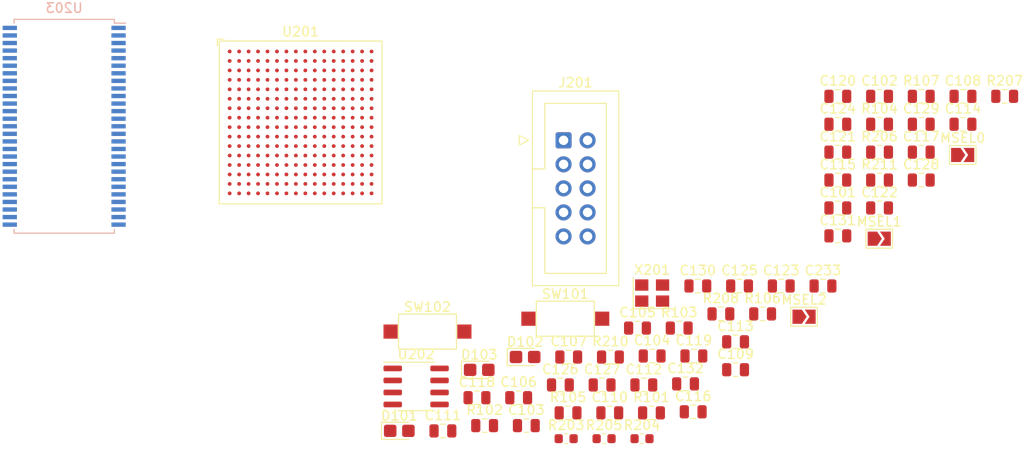
<source format=kicad_pcb>
(kicad_pcb (version 20200916) (generator pcbnew)
  (layers (0 "F.Cu" signal) (31 "B.Cu" signal) (34 "B.Paste" user) (35 "F.Paste" user) (36 "B.SilkS" user) (37 "F.SilkS" user) (38 "B.Mask" user) (39 "F.Mask" user) (44 "Edge.Cuts" user))
  (net 0 "")
  (net 1 "GND")
  (net 2 "+3V3")
  (net 3 "+1V2")
  (net 4 "+2V5")
  (net 5 "Net-(D101-Pad2)")
  (net 6 "Net-(D102-Pad2)")
  (net 7 "Net-(D103-Pad2)")
  (net 8 "Net-(J201-Pad8)")
  (net 9 "Net-(J201-Pad6)")
  (net 10 "TDI")
  (net 11 "Net-(J201-Pad7)")
  (net 12 "TMS")
  (net 13 "TDO")
  (net 14 "TCK")
  (net 15 "MSEL0")
  (net 16 "MSEL1")
  (net 17 "MSEL2")
  (net 18 "Net-(R101-Pad1)")
  (net 19 "NCONF")
  (net 20 "Net-(R103-Pad1)")
  (net 21 "LED0")
  (net 22 "LED1")
  (net 23 "LED2")
  (net 24 "BTN")
  (net 25 "Net-(R210-Pad2)")
  (net 26 "Net-(R211-Pad2)")
  (net 27 "Net-(U201-PadJ16)")
  (net 28 "Net-(U201-PadK16)")
  (net 29 "Net-(U201-PadL16)")
  (net 30 "Net-(U201-PadN16)")
  (net 31 "Net-(U201-PadP16)")
  (net 32 "Net-(U201-PadR16)")
  (net 33 "Net-(U201-PadN12)")
  (net 34 "Net-(U201-PadM12)")
  (net 35 "Net-(U201-PadL12)")
  (net 36 "Net-(U201-PadK12)")
  (net 37 "Net-(U201-PadK11)")
  (net 38 "Net-(U201-PadL11)")
  (net 39 "Net-(U201-PadM11)")
  (net 40 "Net-(U201-PadN11)")
  (net 41 "Net-(U201-PadT15)")
  (net 42 "Net-(U201-PadP15)")
  (net 43 "Net-(U201-PadN15)")
  (net 44 "Net-(U201-PadL15)")
  (net 45 "Net-(U201-PadK15)")
  (net 46 "Net-(U201-PadJ15)")
  (net 47 "Net-(U201-PadJ14)")
  (net 48 "Net-(U201-PadL14)")
  (net 49 "Net-(U201-PadN14)")
  (net 50 "Net-(U201-PadP14)")
  (net 51 "Net-(U201-PadR14)")
  (net 52 "Net-(U201-PadT14)")
  (net 53 "Net-(U201-PadM10)")
  (net 54 "Net-(U201-PadL10)")
  (net 55 "Net-(U201-PadK10)")
  (net 56 "Net-(U201-PadK9)")
  (net 57 "Net-(U201-PadL9)")
  (net 58 "Net-(U201-PadM9)")
  (net 59 "Net-(U201-PadN9)")
  (net 60 "Net-(U201-PadT13)")
  (net 61 "Net-(U201-PadR13)")
  (net 62 "Net-(U201-PadN13)")
  (net 63 "Net-(U201-PadL13)")
  (net 64 "Net-(U201-PadJ13)")
  (net 65 "Net-(U201-PadJ12)")
  (net 66 "Net-(U201-PadJ11)")
  (net 67 "Net-(U201-PadT12)")
  (net 68 "Net-(U201-PadR12)")
  (net 69 "Net-(U201-PadG11)")
  (net 70 "Net-(U201-PadF11)")
  (net 71 "Net-(U201-PadF10)")
  (net 72 "Net-(U201-PadF9)")
  (net 73 "Net-(U201-PadE11)")
  (net 74 "Net-(U201-PadE10)")
  (net 75 "Net-(U201-PadE9)")
  (net 76 "Net-(U201-PadN8)")
  (net 77 "Net-(U201-PadT11)")
  (net 78 "Net-(U201-PadT10)")
  (net 79 "Net-(U201-PadT9)")
  (net 80 "Net-(U201-PadT8)")
  (net 81 "Net-(U201-PadT7)")
  (net 82 "Net-(U201-PadR11)")
  (net 83 "Net-(U201-PadR10)")
  (net 84 "Net-(U201-PadR9)")
  (net 85 "Net-(U201-PadR8)")
  (net 86 "Net-(U201-PadR7)")
  (net 87 "Net-(U201-PadP8)")
  (net 88 "Net-(U201-PadP9)")
  (net 89 "Net-(U201-PadP11)")
  (net 90 "Net-(U201-PadN6)")
  (net 91 "Net-(U201-PadN5)")
  (net 92 "Net-(U201-PadM8)")
  (net 93 "Net-(U201-PadT6)")
  (net 94 "Net-(U201-PadT5)")
  (net 95 "Net-(U201-PadR6)")
  (net 96 "Net-(U201-PadR5)")
  (net 97 "Net-(U201-PadP6)")
  (net 98 "Net-(U201-PadM7)")
  (net 99 "Net-(U201-PadM6)")
  (net 100 "Net-(U201-PadL8)")
  (net 101 "Net-(U201-PadL7)")
  (net 102 "Net-(U201-PadL6)")
  (net 103 "Net-(U201-PadK8)")
  (net 104 "Net-(U201-PadK6)")
  (net 105 "Net-(U201-PadK5)")
  (net 106 "Net-(U201-PadJ6)")
  (net 107 "Net-(U201-PadG5)")
  (net 108 "Net-(U201-PadF8)")
  (net 109 "Net-(U201-PadF7)")
  (net 110 "Net-(U201-PadF6)")
  (net 111 "Net-(U201-PadF5)")
  (net 112 "Net-(U201-PadE5)")
  (net 113 "Net-(U201-PadE6)")
  (net 114 "Net-(U201-PadE7)")
  (net 115 "Net-(U201-PadE8)")
  (net 116 "Net-(U201-PadT4)")
  (net 117 "Net-(U201-PadT3)")
  (net 118 "Net-(U201-PadT2)")
  (net 119 "Net-(U201-PadR1)")
  (net 120 "Net-(U201-PadP1)")
  (net 121 "Net-(U201-PadN1)")
  (net 122 "Net-(U201-PadP2)")
  (net 123 "Net-(U201-PadN2)")
  (net 124 "Net-(U201-PadN3)")
  (net 125 "Net-(U201-PadP3)")
  (net 126 "Net-(U201-PadR3)")
  (net 127 "Net-(U201-PadR4)")
  (net 128 "Net-(U201-PadL1)")
  (net 129 "Net-(U201-PadL2)")
  (net 130 "Net-(U201-PadL3)")
  (net 131 "Net-(U201-PadL4)")
  (net 132 "Net-(U201-PadK2)")
  (net 133 "Net-(U201-PadK1)")
  (net 134 "Net-(U201-PadJ2)")
  (net 135 "DATA0")
  (net 136 "Net-(U201-PadG2)")
  (net 137 "Net-(U201-PadF3)")
  (net 138 "Net-(U201-PadF2)")
  (net 139 "Net-(U201-PadF16)")
  (net 140 "Net-(U201-PadG16)")
  (net 141 "Net-(U201-PadG15)")
  (net 142 "Net-(U201-PadF15)")
  (net 143 "Net-(U201-PadF14)")
  (net 144 "Net-(U201-PadF13)")
  (net 145 "Net-(U201-PadC16)")
  (net 146 "Net-(U201-PadD16)")
  (net 147 "Net-(U201-PadD15)")
  (net 148 "Net-(U201-PadC15)")
  (net 149 "Net-(U201-PadD14)")
  (net 150 "Net-(U201-PadC14)")
  (net 151 "Net-(U201-PadD12)")
  (net 152 "Net-(U201-PadD11)")
  (net 153 "Net-(U201-PadC11)")
  (net 154 "Net-(U201-PadD9)")
  (net 155 "Net-(U201-PadD8)")
  (net 156 "Net-(U201-PadD6)")
  (net 157 "Net-(U201-PadD5)")
  (net 158 "Net-(U201-PadD4)")
  (net 159 "Net-(U201-PadD3)")
  (net 160 "NCSO")
  (net 161 "Net-(U201-PadC9)")
  (net 162 "Net-(U201-PadC8)")
  (net 163 "Net-(U201-PadC6)")
  (net 164 "Net-(U201-PadC3)")
  (net 165 "Net-(U201-PadC2)")
  (net 166 "Net-(U201-PadB4)")
  (net 167 "Net-(U201-PadB3)")
  (net 168 "Net-(U201-PadB5)")
  (net 169 "Net-(U201-PadB6)")
  (net 170 "Net-(U201-PadB7)")
  (net 171 "Net-(U201-PadB8)")
  (net 172 "Net-(U201-PadB9)")
  (net 173 "Net-(U201-PadB10)")
  (net 174 "Net-(U201-PadB11)")
  (net 175 "Net-(U201-PadB12)")
  (net 176 "Net-(U201-PadB13)")
  (net 177 "Net-(U201-PadB14)")
  (net 178 "Net-(U201-PadB16)")
  (net 179 "Net-(U201-PadJ1)")
  (net 180 "DCLK")
  (net 181 "Net-(U201-PadG1)")
  (net 182 "Net-(U201-PadF1)")
  (net 183 "CLK50")
  (net 184 "Net-(U201-PadD1)")
  (net 185 "ASDO")
  (net 186 "Net-(U201-PadB1)")
  (net 187 "Net-(U201-PadA15)")
  (net 188 "Net-(U201-PadA14)")
  (net 189 "Net-(U201-PadA13)")
  (net 190 "Net-(U201-PadA12)")
  (net 191 "Net-(U201-PadA11)")
  (net 192 "Net-(U201-PadA10)")
  (net 193 "Net-(U201-PadA9)")
  (net 194 "Net-(U201-PadA8)")
  (net 195 "Net-(U201-PadA7)")
  (net 196 "Net-(U201-PadA6)")
  (net 197 "Net-(U201-PadA5)")
  (net 198 "Net-(U201-PadA4)")
  (net 199 "Net-(U201-PadA3)")
  (net 200 "Net-(U201-PadA2)")
  (net 201 "/D15")
  (net 202 "/D14")
  (net 203 "/D13")
  (net 204 "/D12")
  (net 205 "/D11")
  (net 206 "/D10")
  (net 207 "/D9")
  (net 208 "/D8")
  (net 209 "Net-(U203-Pad40)")
  (net 210 "/UDQ")
  (net 211 "/CLK")
  (net 212 "/CKE")
  (net 213 "/A12")
  (net 214 "/A11")
  (net 215 "/A9")
  (net 216 "/A8")
  (net 217 "/A7")
  (net 218 "/A6")
  (net 219 "/A5")
  (net 220 "/A4")
  (net 221 "/A3")
  (net 222 "/A2")
  (net 223 "/A1")
  (net 224 "/A0")
  (net 225 "/A10")
  (net 226 "/BS1")
  (net 227 "/BS0")
  (net 228 "/CS")
  (net 229 "/RAS")
  (net 230 "/CAS")
  (net 231 "/WE")
  (net 232 "/LDQ")
  (net 233 "/D7")
  (net 234 "/D6")
  (net 235 "/D5")
  (net 236 "/D4")
  (net 237 "/D3")
  (net 238 "/D2")
  (net 239 "/D1")
  (net 240 "/D0")
  (net 241 "/GENO")
  (net 242 "Net-(X201-Pad1)")
  (module "Capacitor_SMD:C_0805_2012Metric" (layer "F.Cu") (at 132.503 132.201)
    (fp_text reference "C106" (at 0 -1.65) (layer "F.SilkS"))
    (fp_text value "100nF")
    (pad "1" smd roundrect (at -0.9375 0) (size 0.975 1.4) (layers "F.Cu" "F.Paste" "F.Mask") (net 2 "+3V3"))
    (pad "2" smd roundrect (at 0.9375 0) (size 0.975 1.4) (layers "F.Cu" "F.Paste" "F.Mask") (net 1 "GND"))
  )
  (module "Resistor_SMD:R_0805_2012Metric" (layer "F.Cu") (at 170.653 109.191)
    (fp_text reference "R211" (at 0 -1.65) (layer "F.SilkS"))
    (fp_text value "1k")
    (pad "1" smd roundrect (at -0.9375 0) (size 0.975 1.4) (layers "F.Cu" "F.Paste" "F.Mask") (net 2 "+3V3"))
    (pad "2" smd roundrect (at 0.9375 0) (size 0.975 1.4) (layers "F.Cu" "F.Paste" "F.Mask") (net 26 "Net-(R211-Pad2)"))
  )
  (module "Resistor_SMD:R_0603_1608Metric" (layer "F.Cu") (at 145.543 136.531)
    (fp_text reference "R204" (at 0 -1.43) (layer "F.SilkS"))
    (fp_text value "10k")
    (pad "1" smd roundrect (at -0.7875 0) (size 0.875 0.95) (layers "F.Cu" "F.Paste" "F.Mask") (net 2 "+3V3"))
    (pad "2" smd roundrect (at 0.7875 0) (size 0.875 0.95) (layers "F.Cu" "F.Paste" "F.Mask") (net 16 "MSEL1"))
  )
  (module "Resistor_SMD:R_0603_1608Metric" (layer "F.Cu") (at 137.523 136.531)
    (fp_text reference "R203" (at 0 -1.43) (layer "F.SilkS"))
    (fp_text value "10k")
    (pad "1" smd roundrect (at -0.7875 0) (size 0.875 0.95) (layers "F.Cu" "F.Paste" "F.Mask") (net 2 "+3V3"))
    (pad "2" smd roundrect (at 0.7875 0) (size 0.875 0.95) (layers "F.Cu" "F.Paste" "F.Mask") (net 15 "MSEL0"))
  )
  (module "Package_BGA:BGA-256_17.0x17.0mm_Layout16x16_P1.0mm_Ball0.5mm_Pad0.4mm_NSMD" (layer "F.Cu") (at 109.45 103.1)
    (fp_text reference "U201" (at 0 -9.6) (layer "F.SilkS"))
    (fp_text value "EP4CE6F17")
    (pad "A1" smd circle (at -7.5 -7.5) (size 0.4 0.4) (layers "F.Cu" "F.Paste" "F.Mask") (net 2 "+3V3"))
    (pad "A2" smd circle (at -6.5 -7.5) (size 0.4 0.4) (layers "F.Cu" "F.Paste" "F.Mask") (net 200 "Net-(U201-PadA2)"))
    (pad "A3" smd circle (at -5.5 -7.5) (size 0.4 0.4) (layers "F.Cu" "F.Paste" "F.Mask") (net 199 "Net-(U201-PadA3)"))
    (pad "A4" smd circle (at -4.5 -7.5) (size 0.4 0.4) (layers "F.Cu" "F.Paste" "F.Mask") (net 198 "Net-(U201-PadA4)"))
    (pad "A5" smd circle (at -3.5 -7.5) (size 0.4 0.4) (layers "F.Cu" "F.Paste" "F.Mask") (net 197 "Net-(U201-PadA5)"))
    (pad "A6" smd circle (at -2.5 -7.5) (size 0.4 0.4) (layers "F.Cu" "F.Paste" "F.Mask") (net 196 "Net-(U201-PadA6)"))
    (pad "A7" smd circle (at -1.5 -7.5) (size 0.4 0.4) (layers "F.Cu" "F.Paste" "F.Mask") (net 195 "Net-(U201-PadA7)"))
    (pad "A8" smd circle (at -0.5 -7.5) (size 0.4 0.4) (layers "F.Cu" "F.Paste" "F.Mask") (net 194 "Net-(U201-PadA8)"))
    (pad "A9" smd circle (at 0.5 -7.5) (size 0.4 0.4) (layers "F.Cu" "F.Paste" "F.Mask") (net 193 "Net-(U201-PadA9)"))
    (pad "A10" smd circle (at 1.5 -7.5) (size 0.4 0.4) (layers "F.Cu" "F.Paste" "F.Mask") (net 192 "Net-(U201-PadA10)"))
    (pad "A11" smd circle (at 2.5 -7.5) (size 0.4 0.4) (layers "F.Cu" "F.Paste" "F.Mask") (net 191 "Net-(U201-PadA11)"))
    (pad "A12" smd circle (at 3.5 -7.5) (size 0.4 0.4) (layers "F.Cu" "F.Paste" "F.Mask") (net 190 "Net-(U201-PadA12)"))
    (pad "A13" smd circle (at 4.5 -7.5) (size 0.4 0.4) (layers "F.Cu" "F.Paste" "F.Mask") (net 189 "Net-(U201-PadA13)"))
    (pad "A14" smd circle (at 5.5 -7.5) (size 0.4 0.4) (layers "F.Cu" "F.Paste" "F.Mask") (net 188 "Net-(U201-PadA14)"))
    (pad "A15" smd circle (at 6.5 -7.5) (size 0.4 0.4) (layers "F.Cu" "F.Paste" "F.Mask") (net 187 "Net-(U201-PadA15)"))
    (pad "A16" smd circle (at 7.5 -7.5) (size 0.4 0.4) (layers "F.Cu" "F.Paste" "F.Mask") (net 2 "+3V3"))
    (pad "B1" smd circle (at -7.5 -6.5) (size 0.4 0.4) (layers "F.Cu" "F.Paste" "F.Mask") (net 186 "Net-(U201-PadB1)"))
    (pad "B2" smd circle (at -6.5 -6.5) (size 0.4 0.4) (layers "F.Cu" "F.Paste" "F.Mask") (net 1 "GND"))
    (pad "B3" smd circle (at -5.5 -6.5) (size 0.4 0.4) (layers "F.Cu" "F.Paste" "F.Mask") (net 167 "Net-(U201-PadB3)"))
    (pad "B4" smd circle (at -4.5 -6.5) (size 0.4 0.4) (layers "F.Cu" "F.Paste" "F.Mask") (net 166 "Net-(U201-PadB4)"))
    (pad "B5" smd circle (at -3.5 -6.5) (size 0.4 0.4) (layers "F.Cu" "F.Paste" "F.Mask") (net 168 "Net-(U201-PadB5)"))
    (pad "B6" smd circle (at -2.5 -6.5) (size 0.4 0.4) (layers "F.Cu" "F.Paste" "F.Mask") (net 169 "Net-(U201-PadB6)"))
    (pad "B7" smd circle (at -1.5 -6.5) (size 0.4 0.4) (layers "F.Cu" "F.Paste" "F.Mask") (net 170 "Net-(U201-PadB7)"))
    (pad "B8" smd circle (at -0.5 -6.5) (size 0.4 0.4) (layers "F.Cu" "F.Paste" "F.Mask") (net 171 "Net-(U201-PadB8)"))
    (pad "B9" smd circle (at 0.5 -6.5) (size 0.4 0.4) (layers "F.Cu" "F.Paste" "F.Mask") (net 172 "Net-(U201-PadB9)"))
    (pad "B10" smd circle (at 1.5 -6.5) (size 0.4 0.4) (layers "F.Cu" "F.Paste" "F.Mask") (net 173 "Net-(U201-PadB10)"))
    (pad "B11" smd circle (at 2.5 -6.5) (size 0.4 0.4) (layers "F.Cu" "F.Paste" "F.Mask") (net 174 "Net-(U201-PadB11)"))
    (pad "B12" smd circle (at 3.5 -6.5) (size 0.4 0.4) (layers "F.Cu" "F.Paste" "F.Mask") (net 175 "Net-(U201-PadB12)"))
    (pad "B13" smd circle (at 4.5 -6.5) (size 0.4 0.4) (layers "F.Cu" "F.Paste" "F.Mask") (net 176 "Net-(U201-PadB13)"))
    (pad "B14" smd circle (at 5.5 -6.5) (size 0.4 0.4) (layers "F.Cu" "F.Paste" "F.Mask") (net 177 "Net-(U201-PadB14)"))
    (pad "B15" smd circle (at 6.5 -6.5) (size 0.4 0.4) (layers "F.Cu" "F.Paste" "F.Mask") (net 1 "GND"))
    (pad "B16" smd circle (at 7.5 -6.5) (size 0.4 0.4) (layers "F.Cu" "F.Paste" "F.Mask") (net 178 "Net-(U201-PadB16)"))
    (pad "C1" smd circle (at -7.5 -5.5) (size 0.4 0.4) (layers "F.Cu" "F.Paste" "F.Mask") (net 185 "ASDO"))
    (pad "C2" smd circle (at -6.5 -5.5) (size 0.4 0.4) (layers "F.Cu" "F.Paste" "F.Mask") (net 165 "Net-(U201-PadC2)"))
    (pad "C3" smd circle (at -5.5 -5.5) (size 0.4 0.4) (layers "F.Cu" "F.Paste" "F.Mask") (net 164 "Net-(U201-PadC3)"))
    (pad "C4" smd circle (at -4.5 -5.5) (size 0.4 0.4) (layers "F.Cu" "F.Paste" "F.Mask") (net 2 "+3V3"))
    (pad "C5" smd circle (at -3.5 -5.5) (size 0.4 0.4) (layers "F.Cu" "F.Paste" "F.Mask") (net 1 "GND"))
    (pad "C6" smd circle (at -2.5 -5.5) (size 0.4 0.4) (layers "F.Cu" "F.Paste" "F.Mask") (net 163 "Net-(U201-PadC6)"))
    (pad "C7" smd circle (at -1.5 -5.5) (size 0.4 0.4) (layers "F.Cu" "F.Paste" "F.Mask") (net 2 "+3V3"))
    (pad "C8" smd circle (at -0.5 -5.5) (size 0.4 0.4) (layers "F.Cu" "F.Paste" "F.Mask") (net 162 "Net-(U201-PadC8)"))
    (pad "C9" smd circle (at 0.5 -5.5) (size 0.4 0.4) (layers "F.Cu" "F.Paste" "F.Mask") (net 161 "Net-(U201-PadC9)"))
    (pad "C10" smd circle (at 1.5 -5.5) (size 0.4 0.4) (layers "F.Cu" "F.Paste" "F.Mask") (net 2 "+3V3"))
    (pad "C11" smd circle (at 2.5 -5.5) (size 0.4 0.4) (layers "F.Cu" "F.Paste" "F.Mask") (net 153 "Net-(U201-PadC11)"))
    (pad "C12" smd circle (at 3.5 -5.5) (size 0.4 0.4) (layers "F.Cu" "F.Paste" "F.Mask") (net 1 "GND"))
    (pad "C13" smd circle (at 4.5 -5.5) (size 0.4 0.4) (layers "F.Cu" "F.Paste" "F.Mask") (net 2 "+3V3"))
    (pad "C14" smd circle (at 5.5 -5.5) (size 0.4 0.4) (layers "F.Cu" "F.Paste" "F.Mask") (net 150 "Net-(U201-PadC14)"))
    (pad "C15" smd circle (at 6.5 -5.5) (size 0.4 0.4) (layers "F.Cu" "F.Paste" "F.Mask") (net 148 "Net-(U201-PadC15)"))
    (pad "C16" smd circle (at 7.5 -5.5) (size 0.4 0.4) (layers "F.Cu" "F.Paste" "F.Mask") (net 145 "Net-(U201-PadC16)"))
    (pad "D1" smd circle (at -7.5 -4.5) (size 0.4 0.4) (layers "F.Cu" "F.Paste" "F.Mask") (net 184 "Net-(U201-PadD1)"))
    (pad "D2" smd circle (at -6.5 -4.5) (size 0.4 0.4) (layers "F.Cu" "F.Paste" "F.Mask") (net 160 "NCSO"))
    (pad "D3" smd circle (at -5.5 -4.5) (size 0.4 0.4) (layers "F.Cu" "F.Paste" "F.Mask") (net 159 "Net-(U201-PadD3)"))
    (pad "D4" smd circle (at -4.5 -4.5) (size 0.4 0.4) (layers "F.Cu" "F.Paste" "F.Mask") (net 158 "Net-(U201-PadD4)"))
    (pad "D5" smd circle (at -3.5 -4.5) (size 0.4 0.4) (layers "F.Cu" "F.Paste" "F.Mask") (net 157 "Net-(U201-PadD5)"))
    (pad "D6" smd circle (at -2.5 -4.5) (size 0.4 0.4) (layers "F.Cu" "F.Paste" "F.Mask") (net 156 "Net-(U201-PadD6)"))
    (pad "D7" smd circle (at -1.5 -4.5) (size 0.4 0.4) (layers "F.Cu" "F.Paste" "F.Mask") (net 1 "GND"))
    (pad "D8" smd circle (at -0.5 -4.5) (size 0.4 0.4) (layers "F.Cu" "F.Paste" "F.Mask") (net 155 "Net-(U201-PadD8)"))
    (pad "D9" smd circle (at 0.5 -4.5) (size 0.4 0.4) (layers "F.Cu" "F.Paste" "F.Mask") (net 154 "Net-(U201-PadD9)"))
    (pad "D10" smd circle (at 1.5 -4.5) (size 0.4 0.4) (layers "F.Cu" "F.Paste" "F.Mask") (net 1 "GND"))
    (pad "D11" smd circle (at 2.5 -4.5) (size 0.4 0.4) (layers "F.Cu" "F.Paste" "F.Mask") (net 152 "Net-(U201-PadD11)"))
    (pad "D12" smd circle (at 3.5 -4.5) (size 0.4 0.4) (layers "F.Cu" "F.Paste" "F.Mask") (net 151 "Net-(U201-PadD12)"))
    (pad "D13" smd circle (at 4.5 -4.5) (size 0.4 0.4) (layers "F.Cu" "F.Paste" "F.Mask") (net 3 "+1V2"))
    (pad "D14" smd circle (at 5.5 -4.5) (size 0.4 0.4) (layers "F.Cu" "F.Paste" "F.Mask") (net 149 "Net-(U201-PadD14)"))
    (pad "D15" smd circle (at 6.5 -4.5) (size 0.4 0.4) (layers "F.Cu" "F.Paste" "F.Mask") (net 147 "Net-(U201-PadD15)"))
    (pad "D16" smd circle (at 7.5 -4.5) (size 0.4 0.4) (layers "F.Cu" "F.Paste" "F.Mask") (net 146 "Net-(U201-PadD16)"))
    (pad "E1" smd circle (at -7.5 -3.5) (size 0.4 0.4) (layers "F.Cu" "F.Paste" "F.Mask") (net 183 "CLK50"))
    (pad "E2" smd circle (at -6.5 -3.5) (size 0.4 0.4) (layers "F.Cu" "F.Paste" "F.Mask") (net 1 "GND"))
    (pad "E3" smd circle (at -5.5 -3.5) (size 0.4 0.4) (layers "F.Cu" "F.Paste" "F.Mask") (net 2 "+3V3"))
    (pad "E4" smd circle (at -4.5 -3.5) (size 0.4 0.4) (layers "F.Cu" "F.Paste" "F.Mask") (net 1 "GND"))
    (pad "E5" smd circle (at -3.5 -3.5) (size 0.4 0.4) (layers "F.Cu" "F.Paste" "F.Mask") (net 112 "Net-(U201-PadE5)"))
    (pad "E6" smd circle (at -2.5 -3.5) (size 0.4 0.4) (layers "F.Cu" "F.Paste" "F.Mask") (net 113 "Net-(U201-PadE6)"))
    (pad "E7" smd circle (at -1.5 -3.5) (size 0.4 0.4) (layers "F.Cu" "F.Paste" "F.Mask") (net 114 "Net-(U201-PadE7)"))
    (pad "E8" smd circle (at -0.5 -3.5) (size 0.4 0.4) (layers "F.Cu" "F.Paste" "F.Mask") (net 115 "Net-(U201-PadE8)"))
    (pad "E9" smd circle (at 0.5 -3.5) (size 0.4 0.4) (layers "F.Cu" "F.Paste" "F.Mask") (net 75 "Net-(U201-PadE9)"))
    (pad "E10" smd circle (at 1.5 -3.5) (size 0.4 0.4) (layers "F.Cu" "F.Paste" "F.Mask") (net 74 "Net-(U201-PadE10)"))
    (pad "E11" smd circle (at 2.5 -3.5) (size 0.4 0.4) (layers "F.Cu" "F.Paste" "F.Mask") (net 73 "Net-(U201-PadE11)"))
    (pad "E12" smd circle (at 3.5 -3.5) (size 0.4 0.4) (layers "F.Cu" "F.Paste" "F.Mask") (net 1 "GND"))
    (pad "E13" smd circle (at 4.5 -3.5) (size 0.4 0.4) (layers "F.Cu" "F.Paste" "F.Mask") (net 1 "GND"))
    (pad "E14" smd circle (at 5.5 -3.5) (size 0.4 0.4) (layers "F.Cu" "F.Paste" "F.Mask") (net 2 "+3V3"))
    (pad "E15" smd circle (at 6.5 -3.5) (size 0.4 0.4) (layers "F.Cu" "F.Paste" "F.Mask") (net 1 "GND"))
    (pad "E16" smd circle (at 7.5 -3.5) (size 0.4 0.4) (layers "F.Cu" "F.Paste" "F.Mask") (net 1 "GND"))
    (pad "F1" smd circle (at -7.5 -2.5) (size 0.4 0.4) (layers "F.Cu" "F.Paste" "F.Mask") (net 182 "Net-(U201-PadF1)"))
    (pad "F2" smd circle (at -6.5 -2.5) (size 0.4 0.4) (layers "F.Cu" "F.Paste" "F.Mask") (net 138 "Net-(U201-PadF2)"))
    (pad "F3" smd circle (at -5.5 -2.5) (size 0.4 0.4) (layers "F.Cu" "F.Paste" "F.Mask") (net 137 "Net-(U201-PadF3)"))
    (pad "F4" smd circle (at -4.5 -2.5) (size 0.4 0.4) (layers "F.Cu" "F.Paste" "F.Mask") (net 18 "Net-(R101-Pad1)"))
    (pad "F5" smd circle (at -3.5 -2.5) (size 0.4 0.4) (layers "F.Cu" "F.Paste" "F.Mask") (net 111 "Net-(U201-PadF5)"))
    (pad "F6" smd circle (at -2.5 -2.5) (size 0.4 0.4) (layers "F.Cu" "F.Paste" "F.Mask") (net 110 "Net-(U201-PadF6)"))
    (pad "F7" smd circle (at -1.5 -2.5) (size 0.4 0.4) (layers "F.Cu" "F.Paste" "F.Mask") (net 109 "Net-(U201-PadF7)"))
    (pad "F8" smd circle (at -0.5 -2.5) (size 0.4 0.4) (layers "F.Cu" "F.Paste" "F.Mask") (net 108 "Net-(U201-PadF8)"))
    (pad "F9" smd circle (at 0.5 -2.5) (size 0.4 0.4) (layers "F.Cu" "F.Paste" "F.Mask") (net 72 "Net-(U201-PadF9)"))
    (pad "F10" smd circle (at 1.5 -2.5) (size 0.4 0.4) (layers "F.Cu" "F.Paste" "F.Mask") (net 71 "Net-(U201-PadF10)"))
    (pad "F11" smd circle (at 2.5 -2.5) (size 0.4 0.4) (layers "F.Cu" "F.Paste" "F.Mask") (net 70 "Net-(U201-PadF11)"))
    (pad "F12" smd circle (at 3.5 -2.5) (size 0.4 0.4) (layers "F.Cu" "F.Paste" "F.Mask") (net 4 "+2V5"))
    (pad "F13" smd circle (at 4.5 -2.5) (size 0.4 0.4) (layers "F.Cu" "F.Paste" "F.Mask") (net 144 "Net-(U201-PadF13)"))
    (pad "F14" smd circle (at 5.5 -2.5) (size 0.4 0.4) (layers "F.Cu" "F.Paste" "F.Mask") (net 143 "Net-(U201-PadF14)"))
    (pad "F15" smd circle (at 6.5 -2.5) (size 0.4 0.4) (layers "F.Cu" "F.Paste" "F.Mask") (net 142 "Net-(U201-PadF15)"))
    (pad "F16" smd circle (at 7.5 -2.5) (size 0.4 0.4) (layers "F.Cu" "F.Paste" "F.Mask") (net 139 "Net-(U201-PadF16)"))
    (pad "G1" smd circle (at -7.5 -1.5) (size 0.4 0.4) (layers "F.Cu" "F.Paste" "F.Mask") (net 181 "Net-(U201-PadG1)"))
    (pad "G2" smd circle (at -6.5 -1.5) (size 0.4 0.4) (layers "F.Cu" "F.Paste" "F.Mask") (net 136 "Net-(U201-PadG2)"))
    (pad "G3" smd circle (at -5.5 -1.5) (size 0.4 0.4) (layers "F.Cu" "F.Paste" "F.Mask") (net 2 "+3V3"))
    (pad "G4" smd circle (at -4.5 -1.5) (size 0.4 0.4) (layers "F.Cu" "F.Paste" "F.Mask") (net 1 "GND"))
    (pad "G5" smd circle (at -3.5 -1.5) (size 0.4 0.4) (layers "F.Cu" "F.Paste" "F.Mask") (net 107 "Net-(U201-PadG5)"))
    (pad "G6" smd circle (at -2.5 -1.5) (size 0.4 0.4) (layers "F.Cu" "F.Paste" "F.Mask") (net 3 "+1V2"))
    (pad "G7" smd circle (at -1.5 -1.5) (size 0.4 0.4) (layers "F.Cu" "F.Paste" "F.Mask") (net 3 "+1V2"))
    (pad "G8" smd circle (at -0.5 -1.5) (size 0.4 0.4) (layers "F.Cu" "F.Paste" "F.Mask") (net 3 "+1V2"))
    (pad "G9" smd circle (at 0.5 -1.5) (size 0.4 0.4) (layers "F.Cu" "F.Paste" "F.Mask") (net 3 "+1V2"))
    (pad "G10" smd circle (at 1.5 -1.5) (size 0.4 0.4) (layers "F.Cu" "F.Paste" "F.Mask") (net 3 "+1V2"))
    (pad "G11" smd circle (at 2.5 -1.5) (size 0.4 0.4) (layers "F.Cu" "F.Paste" "F.Mask") (net 69 "Net-(U201-PadG11)"))
    (pad "G12" smd circle (at 3.5 -1.5) (size 0.4 0.4) (layers "F.Cu" "F.Paste" "F.Mask") (net 17 "MSEL2"))
    (pad "G13" smd circle (at 4.5 -1.5) (size 0.4 0.4) (layers "F.Cu" "F.Paste" "F.Mask") (net 1 "GND"))
    (pad "G14" smd circle (at 5.5 -1.5) (size 0.4 0.4) (layers "F.Cu" "F.Paste" "F.Mask") (net 2 "+3V3"))
    (pad "G15" smd circle (at 6.5 -1.5) (size 0.4 0.4) (layers "F.Cu" "F.Paste" "F.Mask") (net 141 "Net-(U201-PadG15)"))
    (pad "G16" smd circle (at 7.5 -1.5) (size 0.4 0.4) (layers "F.Cu" "F.Paste" "F.Mask") (net 140 "Net-(U201-PadG16)"))
    (pad "H1" smd circle (at -7.5 -0.5) (size 0.4 0.4) (layers "F.Cu" "F.Paste" "F.Mask") (net 180 "DCLK"))
    (pad "H2" smd circle (at -6.5 -0.5) (size 0.4 0.4) (layers "F.Cu" "F.Paste" "F.Mask") (net 135 "DATA0"))
    (pad "H3" smd circle (at -5.5 -0.5) (size 0.4 0.4) (layers "F.Cu" "F.Paste" "F.Mask") (net 14 "TCK"))
    (pad "H4" smd circle (at -4.5 -0.5) (size 0.4 0.4) (layers "F.Cu" "F.Paste" "F.Mask") (net 10 "TDI"))
    (pad "H5" smd circle (at -3.5 -0.5) (size 0.4 0.4) (layers "F.Cu" "F.Paste" "F.Mask") (net 19 "NCONF"))
    (pad "H6" smd circle (at -2.5 -0.5) (size 0.4 0.4) (layers "F.Cu" "F.Paste" "F.Mask") (net 3 "+1V2"))
    (pad "H7" smd circle (at -1.5 -0.5) (size 0.4 0.4) (layers "F.Cu" "F.Paste" "F.Mask") (net 1 "GND"))
    (pad "H8" smd circle (at -0.5 -0.5) (size 0.4 0.4) (layers "F.Cu" "F.Paste" "F.Mask") (net 1 "GND"))
    (pad "H9" smd circle (at 0.5 -0.5) (size 0.4 0.4) (layers "F.Cu" "F.Paste" "F.Mask") (net 1 "GND"))
    (pad "H10" smd circle (at 1.5 -0.5) (size 0.4 0.4) (layers "F.Cu" "F.Paste" "F.Mask") (net 1 "GND"))
    (pad "H11" smd circle (at 2.5 -0.5) (size 0.4 0.4) (layers "F.Cu" "F.Paste" "F.Mask") (net 3 "+1V2"))
    (pad "H12" smd circle (at 3.5 -0.5) (size 0.4 0.4) (layers "F.Cu" "F.Paste" "F.Mask") (net 16 "MSEL1"))
    (pad "H13" smd circle (at 4.5 -0.5) (size 0.4 0.4) (layers "F.Cu" "F.Paste" "F.Mask") (net 15 "MSEL0"))
    (pad "H14" smd circle (at 5.5 -0.5) (size 0.4 0.4) (layers "F.Cu" "F.Paste" "F.Mask") (net 20 "Net-(R103-Pad1)"))
    (pad "H15" smd circle (at 6.5 -0.5) (size 0.4 0.4) (layers "F.Cu" "F.Paste" "F.Mask") (net 1 "GND"))
    (pad "H16" smd circle (at 7.5 -0.5) (size 0.4 0.4) (layers "F.Cu" "F.Paste" "F.Mask") (net 1 "GND"))
    (pad "J1" smd circle (at -7.5 0.5) (size 0.4 0.4) (layers "F.Cu" "F.Paste" "F.Mask") (net 179 "Net-(U201-PadJ1)"))
    (pad "J2" smd circle (at -6.5 0.5) (size 0.4 0.4) (layers "F.Cu" "F.Paste" "F.Mask") (net 134 "Net-(U201-PadJ2)"))
    (pad "J3" smd circle (at -5.5 0.5) (size 0.4 0.4) (layers "F.Cu" "F.Paste" "F.Mask") (net 1 "GND"))
    (pad "J4" smd circle (at -4.5 0.5) (size 0.4 0.4) (layers "F.Cu" "F.Paste" "F.Mask") (net 13 "TDO"))
    (pad "J5" smd circle (at -3.5 0.5) (size 0.4 0.4) (layers "F.Cu" "F.Paste" "F.Mask") (net 12 "TMS"))
    (pad "J6" smd circle (at -2.5 0.5) (size 0.4 0.4) (layers "F.Cu" "F.Paste" "F.Mask") (net 106 "Net-(U201-PadJ6)"))
    (pad "J7" smd circle (at -1.5 0.5) (size 0.4 0.4) (layers "F.Cu" "F.Paste" "F.Mask") (net 1 "GND"))
    (pad "J8" smd circle (at -0.5 0.5) (size 0.4 0.4) (layers "F.Cu" "F.Paste" "F.Mask") (net 1 "GND"))
    (pad "J9" smd circle (at 0.5 0.5) (size 0.4 0.4) (layers "F.Cu" "F.Paste" "F.Mask") (net 1 "GND"))
    (pad "J10" smd circle (at 1.5 0.5) (size 0.4 0.4) (layers "F.Cu" "F.Paste" "F.Mask") (net 1 "GND"))
    (pad "J11" smd circle (at 2.5 0.5) (size 0.4 0.4) (layers "F.Cu" "F.Paste" "F.Mask") (net 66 "Net-(U201-PadJ11)"))
    (pad "J12" smd circle (at 3.5 0.5) (size 0.4 0.4) (layers "F.Cu" "F.Paste" "F.Mask") (net 65 "Net-(U201-PadJ12)"))
    (pad "J13" smd circle (at 4.5 0.5) (size 0.4 0.4) (layers "F.Cu" "F.Paste" "F.Mask") (net 64 "Net-(U201-PadJ13)"))
    (pad "J14" smd circle (at 5.5 0.5) (size 0.4 0.4) (layers "F.Cu" "F.Paste" "F.Mask") (net 47 "Net-(U201-PadJ14)"))
    (pad "J15" smd circle (at 6.5 0.5) (size 0.4 0.4) (layers "F.Cu" "F.Paste" "F.Mask") (net 46 "Net-(U201-PadJ15)"))
    (pad "J16" smd circle (at 7.5 0.5) (size 0.4 0.4) (layers "F.Cu" "F.Paste" "F.Mask") (net 27 "Net-(U201-PadJ16)"))
    (pad "K1" smd circle (at -7.5 1.5) (size 0.4 0.4) (layers "F.Cu" "F.Paste" "F.Mask") (net 133 "Net-(U201-PadK1)"))
    (pad "K2" smd circle (at -6.5 1.5) (size 0.4 0.4) (layers "F.Cu" "F.Paste" "F.Mask") (net 132 "Net-(U201-PadK2)"))
    (pad "K3" smd circle (at -5.5 1.5) (size 0.4 0.4) (layers "F.Cu" "F.Paste" "F.Mask") (net 2 "+3V3"))
    (pad "K4" smd circle (at -4.5 1.5) (size 0.4 0.4) (layers "F.Cu" "F.Paste" "F.Mask") (net 1 "GND"))
    (pad "K5" smd circle (at -3.5 1.5) (size 0.4 0.4) (layers "F.Cu" "F.Paste" "F.Mask") (net 105 "Net-(U201-PadK5)"))
    (pad "K6" smd circle (at -2.5 1.5) (size 0.4 0.4) (layers "F.Cu" "F.Paste" "F.Mask") (net 104 "Net-(U201-PadK6)"))
    (pad "K7" smd circle (at -1.5 1.5) (size 0.4 0.4) (layers "F.Cu" "F.Paste" "F.Mask") (net 3 "+1V2"))
    (pad "K8" smd circle (at -0.5 1.5) (size 0.4 0.4) (layers "F.Cu" "F.Paste" "F.Mask") (net 103 "Net-(U201-PadK8)"))
    (pad "K9" smd circle (at 0.5 1.5) (size 0.4 0.4) (layers "F.Cu" "F.Paste" "F.Mask") (net 56 "Net-(U201-PadK9)"))
    (pad "K10" smd circle (at 1.5 1.5) (size 0.4 0.4) (layers "F.Cu" "F.Paste" "F.Mask") (net 55 "Net-(U201-PadK10)"))
    (pad "K11" smd circle (at 2.5 1.5) (size 0.4 0.4) (layers "F.Cu" "F.Paste" "F.Mask") (net 37 "Net-(U201-PadK11)"))
    (pad "K12" smd circle (at 3.5 1.5) (size 0.4 0.4) (layers "F.Cu" "F.Paste" "F.Mask") (net 36 "Net-(U201-PadK12)"))
    (pad "K13" smd circle (at 4.5 1.5) (size 0.4 0.4) (layers "F.Cu" "F.Paste" "F.Mask") (net 1 "GND"))
    (pad "K14" smd circle (at 5.5 1.5) (size 0.4 0.4) (layers "F.Cu" "F.Paste" "F.Mask") (net 2 "+3V3"))
    (pad "K15" smd circle (at 6.5 1.5) (size 0.4 0.4) (layers "F.Cu" "F.Paste" "F.Mask") (net 45 "Net-(U201-PadK15)"))
    (pad "K16" smd circle (at 7.5 1.5) (size 0.4 0.4) (layers "F.Cu" "F.Paste" "F.Mask") (net 28 "Net-(U201-PadK16)"))
    (pad "L1" smd circle (at -7.5 2.5) (size 0.4 0.4) (layers "F.Cu" "F.Paste" "F.Mask") (net 128 "Net-(U201-PadL1)"))
    (pad "L2" smd circle (at -6.5 2.5) (size 0.4 0.4) (layers "F.Cu" "F.Paste" "F.Mask") (net 129 "Net-(U201-PadL2)"))
    (pad "L3" smd circle (at -5.5 2.5) (size 0.4 0.4) (layers "F.Cu" "F.Paste" "F.Mask") (net 130 "Net-(U201-PadL3)"))
    (pad "L4" smd circle (at -4.5 2.5) (size 0.4 0.4) (layers "F.Cu" "F.Paste" "F.Mask") (net 131 "Net-(U201-PadL4)"))
    (pad "L5" smd circle (at -3.5 2.5) (size 0.4 0.4) (layers "F.Cu" "F.Paste" "F.Mask") (net 4 "+2V5"))
    (pad "L6" smd circle (at -2.5 2.5) (size 0.4 0.4) (layers "F.Cu" "F.Paste" "F.Mask") (net 102 "Net-(U201-PadL6)"))
    (pad "L7" smd circle (at -1.5 2.5) (size 0.4 0.4) (layers "F.Cu" "F.Paste" "F.Mask") (net 101 "Net-(U201-PadL7)"))
    (pad "L8" smd circle (at -0.5 2.5) (size 0.4 0.4) (layers "F.Cu" "F.Paste" "F.Mask") (net 100 "Net-(U201-PadL8)"))
    (pad "L9" smd circle (at 0.5 2.5) (size 0.4 0.4) (layers "F.Cu" "F.Paste" "F.Mask") (net 57 "Net-(U201-PadL9)"))
    (pad "L10" smd circle (at 1.5 2.5) (size 0.4 0.4) (layers "F.Cu" "F.Paste" "F.Mask") (net 54 "Net-(U201-PadL10)"))
    (pad "L11" smd circle (at 2.5 2.5) (size 0.4 0.4) (layers "F.Cu" "F.Paste" "F.Mask") (net 38 "Net-(U201-PadL11)"))
    (pad "L12" smd circle (at 3.5 2.5) (size 0.4 0.4) (layers "F.Cu" "F.Paste" "F.Mask") (net 35 "Net-(U201-PadL12)"))
    (pad "L13" smd circle (at 4.5 2.5) (size 0.4 0.4) (layers "F.Cu" "F.Paste" "F.Mask") (net 63 "Net-(U201-PadL13)"))
    (pad "L14" smd circle (at 5.5 2.5) (size 0.4 0.4) (layers "F.Cu" "F.Paste" "F.Mask") (net 48 "Net-(U201-PadL14)"))
    (pad "L15" smd circle (at 6.5 2.5) (size 0.4 0.4) (layers "F.Cu" "F.Paste" "F.Mask") (net 44 "Net-(U201-PadL15)"))
    (pad "L16" smd circle (at 7.5 2.5) (size 0.4 0.4) (layers "F.Cu" "F.Paste" "F.Mask") (net 29 "Net-(U201-PadL16)"))
    (pad "M1" smd circle (at -7.5 3.5) (size 0.4 0.4) (layers "F.Cu" "F.Paste" "F.Mask") (net 1 "GND"))
    (pad "M2" smd circle (at -6.5 3.5) (size 0.4 0.4) (layers "F.Cu" "F.Paste" "F.Mask") (net 1 "GND"))
    (pad "M3" smd circle (at -5.5 3.5) (size 0.4 0.4) (layers "F.Cu" "F.Paste" "F.Mask") (net 2 "+3V3"))
    (pad "M4" smd circle (at -4.5 3.5) (size 0.4 0.4) (layers "F.Cu" "F.Paste" "F.Mask") (net 1 "GND"))
    (pad "M5" smd circle (at -3.5 3.5) (size 0.4 0.4) (layers "F.Cu" "F.Paste" "F.Mask") (net 1 "GND"))
    (pad "M6" smd circle (at -2.5 3.5) (size 0.4 0.4) (layers "F.Cu" "F.Paste" "F.Mask") (net 99 "Net-(U201-PadM6)"))
    (pad "M7" smd circle (at -1.5 3.5) (size 0.4 0.4) (layers "F.Cu" "F.Paste" "F.Mask") (net 98 "Net-(U201-PadM7)"))
    (pad "M8" smd circle (at -0.5 3.5) (size 0.4 0.4) (layers "F.Cu" "F.Paste" "F.Mask") (net 92 "Net-(U201-PadM8)"))
    (pad "M9" smd circle (at 0.5 3.5) (size 0.4 0.4) (layers "F.Cu" "F.Paste" "F.Mask") (net 58 "Net-(U201-PadM9)"))
    (pad "M10" smd circle (at 1.5 3.5) (size 0.4 0.4) (layers "F.Cu" "F.Paste" "F.Mask") (net 53 "Net-(U201-PadM10)"))
    (pad "M11" smd circle (at 2.5 3.5) (size 0.4 0.4) (layers "F.Cu" "F.Paste" "F.Mask") (net 39 "Net-(U201-PadM11)"))
    (pad "M12" smd circle (at 3.5 3.5) (size 0.4 0.4) (layers "F.Cu" "F.Paste" "F.Mask") (net 34 "Net-(U201-PadM12)"))
    (pad "M13" smd circle (at 4.5 3.5) (size 0.4 0.4) (layers "F.Cu" "F.Paste" "F.Mask") (net 1 "GND"))
    (pad "M14" smd circle (at 5.5 3.5) (size 0.4 0.4) (layers "F.Cu" "F.Paste" "F.Mask") (net 2 "+3V3"))
    (pad "M15" smd circle (at 6.5 3.5) (size 0.4 0.4) (layers "F.Cu" "F.Paste" "F.Mask") (net 1 "GND"))
    (pad "M16" smd circle (at 7.5 3.5) (size 0.4 0.4) (layers "F.Cu" "F.Paste" "F.Mask") (net 1 "GND"))
    (pad "N1" smd circle (at -7.5 4.5) (size 0.4 0.4) (layers "F.Cu" "F.Paste" "F.Mask") (net 121 "Net-(U201-PadN1)"))
    (pad "N2" smd circle (at -6.5 4.5) (size 0.4 0.4) (layers "F.Cu" "F.Paste" "F.Mask") (net 123 "Net-(U201-PadN2)"))
    (pad "N3" smd circle (at -5.5 4.5) (size 0.4 0.4) (layers "F.Cu" "F.Paste" "F.Mask") (net 124 "Net-(U201-PadN3)"))
    (pad "N4" smd circle (at -4.5 4.5) (size 0.4 0.4) (layers "F.Cu" "F.Paste" "F.Mask") (net 3 "+1V2"))
    (pad "N5" smd circle (at -3.5 4.5) (size 0.4 0.4) (layers "F.Cu" "F.Paste" "F.Mask") (net 91 "Net-(U201-PadN5)"))
    (pad "N6" smd circle (at -2.5 4.5) (size 0.4 0.4) (layers "F.Cu" "F.Paste" "F.Mask") (net 90 "Net-(U201-PadN6)"))
    (pad "N7" smd circle (at -1.5 4.5) (size 0.4 0.4) (layers "F.Cu" "F.Paste" "F.Mask") (net 1 "GND"))
    (pad "N8" smd circle (at -0.5 4.5) (size 0.4 0.4) (layers "F.Cu" "F.Paste" "F.Mask") (net 76 "Net-(U201-PadN8)"))
    (pad "N9" smd circle (at 0.5 4.5) (size 0.4 0.4) (layers "F.Cu" "F.Paste" "F.Mask") (net 59 "Net-(U201-PadN9)"))
    (pad "N10" smd circle (at 1.5 4.5) (size 0.4 0.4) (layers "F.Cu" "F.Paste" "F.Mask") (net 1 "GND"))
    (pad "N11" smd circle (at 2.5 4.5) (size 0.4 0.4) (layers "F.Cu" "F.Paste" "F.Mask") (net 40 "Net-(U201-PadN11)"))
    (pad "N12" smd circle (at 3.5 4.5) (size 0.4 0.4) (layers "F.Cu" "F.Paste" "F.Mask") (net 33 "Net-(U201-PadN12)"))
    (pad "N13" smd circle (at 4.5 4.5) (size 0.4 0.4) (layers "F.Cu" "F.Paste" "F.Mask") (net 62 "Net-(U201-PadN13)"))
    (pad "N14" smd circle (at 5.5 4.5) (size 0.4 0.4) (layers "F.Cu" "F.Paste" "F.Mask") (net 49 "Net-(U201-PadN14)"))
    (pad "N15" smd circle (at 6.5 4.5) (size 0.4 0.4) (layers "F.Cu" "F.Paste" "F.Mask") (net 43 "Net-(U201-PadN15)"))
    (pad "N16" smd circle (at 7.5 4.5) (size 0.4 0.4) (layers "F.Cu" "F.Paste" "F.Mask") (net 30 "Net-(U201-PadN16)"))
    (pad "P1" smd circle (at -7.5 5.5) (size 0.4 0.4) (layers "F.Cu" "F.Paste" "F.Mask") (net 120 "Net-(U201-PadP1)"))
    (pad "P2" smd circle (at -6.5 5.5) (size 0.4 0.4) (layers "F.Cu" "F.Paste" "F.Mask") (net 122 "Net-(U201-PadP2)"))
    (pad "P3" smd circle (at -5.5 5.5) (size 0.4 0.4) (layers "F.Cu" "F.Paste" "F.Mask") (net 125 "Net-(U201-PadP3)"))
    (pad "P4" smd circle (at -4.5 5.5) (size 0.4 0.4) (layers "F.Cu" "F.Paste" "F.Mask") (net 2 "+3V3"))
    (pad "P5" smd circle (at -3.5 5.5) (size 0.4 0.4) (layers "F.Cu" "F.Paste" "F.Mask") (net 1 "GND"))
    (pad "P6" smd circle (at -2.5 5.5) (size 0.4 0.4) (layers "F.Cu" "F.Paste" "F.Mask") (net 97 "Net-(U201-PadP6)"))
    (pad "P7" smd circle (at -1.5 5.5) (size 0.4 0.4) (layers "F.Cu" "F.Paste" "F.Mask") (net 2 "+3V3"))
    (pad "P8" smd circle (at -0.5 5.5) (size 0.4 0.4) (layers "F.Cu" "F.Paste" "F.Mask") (net 87 "Net-(U201-PadP8)"))
    (pad "P9" smd circle (at 0.5 5.5) (size 0.4 0.4) (layers "F.Cu" "F.Paste" "F.Mask") (net 88 "Net-(U201-PadP9)"))
    (pad "P10" smd circle (at 1.5 5.5) (size 0.4 0.4) (layers "F.Cu" "F.Paste" "F.Mask") (net 2 "+3V3"))
    (pad "P11" smd circle (at 2.5 5.5) (size 0.4 0.4) (layers "F.Cu" "F.Paste" "F.Mask") (net 89 "Net-(U201-PadP11)"))
    (pad "P12" smd circle (at 3.5 5.5) (size 0.4 0.4) (layers "F.Cu" "F.Paste" "F.Mask") (net 1 "GND"))
    (pad "P13" smd circle (at 4.5 5.5) (size 0.4 0.4) (layers "F.Cu" "F.Paste" "F.Mask") (net 2 "+3V3"))
    (pad "P14" smd circle (at 5.5 5.5) (size 0.4 0.4) (layers "F.Cu" "F.Paste" "F.Mask") (net 50 "Net-(U201-PadP14)"))
    (pad "P15" smd circle (at 6.5 5.5) (size 0.4 0.4) (layers "F.Cu" "F.Paste" "F.Mask") (net 42 "Net-(U201-PadP15)"))
    (pad "P16" smd circle (at 7.5 5.5) (size 0.4 0.4) (layers "F.Cu" "F.Paste" "F.Mask") (net 31 "Net-(U201-PadP16)"))
    (pad "R1" smd circle (at -7.5 6.5) (size 0.4 0.4) (layers "F.Cu" "F.Paste" "F.Mask") (net 119 "Net-(U201-PadR1)"))
    (pad "R2" smd circle (at -6.5 6.5) (size 0.4 0.4) (layers "F.Cu" "F.Paste" "F.Mask") (net 1 "GND"))
    (pad "R3" smd circle (at -5.5 6.5) (size 0.4 0.4) (layers "F.Cu" "F.Paste" "F.Mask") (net 126 "Net-(U201-PadR3)"))
    (pad "R4" smd circle (at -4.5 6.5) (size 0.4 0.4) (layers "F.Cu" "F.Paste" "F.Mask") (net 127 "Net-(U201-PadR4)"))
    (pad "R5" smd circle (at -3.5 6.5) (size 0.4 0.4) (layers "F.Cu" "F.Paste" "F.Mask") (net 96 "Net-(U201-PadR5)"))
    (pad "R6" smd circle (at -2.5 6.5) (size 0.4 0.4) (layers "F.Cu" "F.Paste" "F.Mask") (net 95 "Net-(U201-PadR6)"))
    (pad "R7" smd circle (at -1.5 6.5) (size 0.4 0.4) (layers "F.Cu" "F.Paste" "F.Mask") (net 86 "Net-(U201-PadR7)"))
    (pad "R8" smd circle (at -0.5 6.5) (size 0.4 0.4) (layers "F.Cu" "F.Paste" "F.Mask") (net 85 "Net-(U201-PadR8)"))
    (pad "R9" smd circle (at 0.5 6.5) (size 0.4 0.4) (layers "F.Cu" "F.Paste" "F.Mask") (net 84 "Net-(U201-PadR9)"))
    (pad "R10" smd circle (at 1.5 6.5) (size 0.4 0.4) (layers "F.Cu" "F.Paste" "F.Mask") (net 83 "Net-(U201-PadR10)"))
    (pad "R11" smd circle (at 2.5 6.5) (size 0.4 0.4) (layers "F.Cu" "F.Paste" "F.Mask") (net 82 "Net-(U201-PadR11)"))
    (pad "R12" smd circle (at 3.5 6.5) (size 0.4 0.4) (layers "F.Cu" "F.Paste" "F.Mask") (net 68 "Net-(U201-PadR12)"))
    (pad "R13" smd circle (at 4.5 6.5) (size 0.4 0.4) (layers "F.Cu" "F.Paste" "F.Mask") (net 61 "Net-(U201-PadR13)"))
    (pad "R14" smd circle (at 5.5 6.5) (size 0.4 0.4) (layers "F.Cu" "F.Paste" "F.Mask") (net 51 "Net-(U201-PadR14)"))
    (pad "R15" smd circle (at 6.5 6.5) (size 0.4 0.4) (layers "F.Cu" "F.Paste" "F.Mask") (net 1 "GND"))
    (pad "R16" smd circle (at 7.5 6.5) (size 0.4 0.4) (layers "F.Cu" "F.Paste" "F.Mask") (net 32 "Net-(U201-PadR16)"))
    (pad "T1" smd circle (at -7.5 7.5) (size 0.4 0.4) (layers "F.Cu" "F.Paste" "F.Mask") (net 2 "+3V3"))
    (pad "T2" smd circle (at -6.5 7.5) (size 0.4 0.4) (layers "F.Cu" "F.Paste" "F.Mask") (net 118 "Net-(U201-PadT2)"))
    (pad "T3" smd circle (at -5.5 7.5) (size 0.4 0.4) (layers "F.Cu" "F.Paste" "F.Mask") (net 117 "Net-(U201-PadT3)"))
    (pad "T4" smd circle (at -4.5 7.5) (size 0.4 0.4) (layers "F.Cu" "F.Paste" "F.Mask") (net 116 "Net-(U201-PadT4)"))
    (pad "T5" smd circle (at -3.5 7.5) (size 0.4 0.4) (layers "F.Cu" "F.Paste" "F.Mask") (net 94 "Net-(U201-PadT5)"))
    (pad "T6" smd circle (at -2.5 7.5) (size 0.4 0.4) (layers "F.Cu" "F.Paste" "F.Mask") (net 93 "Net-(U201-PadT6)"))
    (pad "T7" smd circle (at -1.5 7.5) (size 0.4 0.4) (layers "F.Cu" "F.Paste" "F.Mask") (net 81 "Net-(U201-PadT7)"))
    (pad "T8" smd circle (at -0.5 7.5) (size 0.4 0.4) (layers "F.Cu" "F.Paste" "F.Mask") (net 80 "Net-(U201-PadT8)"))
    (pad "T9" smd circle (at 0.5 7.5) (size 0.4 0.4) (layers "F.Cu" "F.Paste" "F.Mask") (net 79 "Net-(U201-PadT9)"))
    (pad "T10" smd circle (at 1.5 7.5) (size 0.4 0.4) (layers "F.Cu" "F.Paste" "F.Mask") (net 78 "Net-(U201-PadT10)"))
    (pad "T11" smd circle (at 2.5 7.5) (size 0.4 0.4) (layers "F.Cu" "F.Paste" "F.Mask") (net 77 "Net-(U201-PadT11)"))
    (pad "T12" smd circle (at 3.5 7.5) (size 0.4 0.4) (layers "F.Cu" "F.Paste" "F.Mask") (net 67 "Net-(U201-PadT12)"))
    (pad "T13" smd circle (at 4.5 7.5) (size 0.4 0.4) (layers "F.Cu" "F.Paste" "F.Mask") (net 60 "Net-(U201-PadT13)"))
    (pad "T14" smd circle (at 5.5 7.5) (size 0.4 0.4) (layers "F.Cu" "F.Paste" "F.Mask") (net 52 "Net-(U201-PadT14)"))
    (pad "T15" smd circle (at 6.5 7.5) (size 0.4 0.4) (layers "F.Cu" "F.Paste" "F.Mask") (net 41 "Net-(U201-PadT15)"))
    (pad "T16" smd circle (at 7.5 7.5) (size 0.4 0.4) (layers "F.Cu" "F.Paste" "F.Mask") (net 2 "+3V3"))
  )
  (module "Capacitor_SMD:C_0805_2012Metric" (layer "F.Cu") (at 155.853 120.391)
    (fp_text reference "C125" (at 0 -1.65) (layer "F.SilkS"))
    (fp_text value "22pF")
    (pad "1" smd roundrect (at -0.9375 0) (size 0.975 1.4) (layers "F.Cu" "F.Paste" "F.Mask") (net 3 "+1V2"))
    (pad "2" smd roundrect (at 0.9375 0) (size 0.975 1.4) (layers "F.Cu" "F.Paste" "F.Mask") (net 1 "GND"))
  )
  (module "Capacitor_SMD:C_0805_2012Metric" (layer "F.Cu") (at 128.093 132.201)
    (fp_text reference "C118" (at 0 -1.65) (layer "F.SilkS"))
    (fp_text value "100nF")
    (pad "1" smd roundrect (at -0.9375 0) (size 0.975 1.4) (layers "F.Cu" "F.Paste" "F.Mask") (net 2 "+3V3"))
    (pad "2" smd roundrect (at 0.9375 0) (size 0.975 1.4) (layers "F.Cu" "F.Paste" "F.Mask") (net 1 "GND"))
  )
  (module "Capacitor_SMD:C_0805_2012Metric" (layer "F.Cu") (at 170.653 100.341)
    (fp_text reference "C102" (at 0 -1.65) (layer "F.SilkS"))
    (fp_text value "100nF")
    (pad "1" smd roundrect (at -0.9375 0) (size 0.975 1.4) (layers "F.Cu" "F.Paste" "F.Mask") (net 2 "+3V3"))
    (pad "2" smd roundrect (at 0.9375 0) (size 0.975 1.4) (layers "F.Cu" "F.Paste" "F.Mask") (net 1 "GND"))
  )
  (module "Capacitor_SMD:C_0805_2012Metric" (layer "F.Cu") (at 142.133 133.801)
    (fp_text reference "C110" (at 0 -1.65) (layer "F.SilkS"))
    (fp_text value "100nF")
    (pad "1" smd roundrect (at -0.9375 0) (size 0.975 1.4) (layers "F.Cu" "F.Paste" "F.Mask") (net 4 "+2V5"))
    (pad "2" smd roundrect (at 0.9375 0) (size 0.975 1.4) (layers "F.Cu" "F.Paste" "F.Mask") (net 1 "GND"))
  )
  (module "Capacitor_SMD:C_0805_2012Metric" (layer "F.Cu") (at 166.243 106.241)
    (fp_text reference "C121" (at 0 -1.65) (layer "F.SilkS"))
    (fp_text value "22pF")
    (pad "1" smd roundrect (at -0.9375 0) (size 0.975 1.4) (layers "F.Cu" "F.Paste" "F.Mask") (net 3 "+1V2"))
    (pad "2" smd roundrect (at 0.9375 0) (size 0.975 1.4) (layers "F.Cu" "F.Paste" "F.Mask") (net 1 "GND"))
  )
  (module "Capacitor_SMD:C_0805_2012Metric" (layer "F.Cu") (at 124.493 135.711)
    (fp_text reference "C111" (at 0 -1.65) (layer "F.SilkS"))
    (fp_text value "100nF")
    (pad "1" smd roundrect (at -0.9375 0) (size 0.975 1.4) (layers "F.Cu" "F.Paste" "F.Mask") (net 2 "+3V3"))
    (pad "2" smd roundrect (at 0.9375 0) (size 0.975 1.4) (layers "F.Cu" "F.Paste" "F.Mask") (net 1 "GND"))
  )
  (module "Resistor_SMD:R_0805_2012Metric" (layer "F.Cu") (at 170.653 103.291)
    (fp_text reference "R104" (at 0 -1.65) (layer "F.SilkS"))
    (fp_text value "1k")
    (pad "1" smd roundrect (at -0.9375 0) (size 0.975 1.4) (layers "F.Cu" "F.Paste" "F.Mask") (net 21 "LED0"))
    (pad "2" smd roundrect (at 0.9375 0) (size 0.975 1.4) (layers "F.Cu" "F.Paste" "F.Mask") (net 5 "Net-(D101-Pad2)"))
  )
  (module "LED_SMD:LED_0805_2012Metric_Castellated" (layer "F.Cu") (at 119.883 135.706)
    (fp_text reference "D101" (at 0 -1.6) (layer "F.SilkS"))
    (fp_text value "LED")
    (pad "1" smd roundrect (at -0.9625 0) (size 1.325 1.3) (layers "F.Cu" "F.Paste" "F.Mask") (roundrect_rratio 0.192308) (net 1 "GND"))
    (pad "2" smd roundrect (at 0.9625 0) (size 1.325 1.3) (layers "F.Cu" "F.Paste" "F.Mask") (roundrect_rratio 0.192308) (net 5 "Net-(D101-Pad2)"))
  )
  (module "Capacitor_SMD:C_0805_2012Metric" (layer "F.Cu") (at 179.473 100.341)
    (fp_text reference "C108" (at 0 -1.65) (layer "F.SilkS"))
    (fp_text value "100nF")
    (pad "1" smd roundrect (at -0.9375 0) (size 0.975 1.4) (layers "F.Cu" "F.Paste" "F.Mask") (net 2 "+3V3"))
    (pad "2" smd roundrect (at 0.9375 0) (size 0.975 1.4) (layers "F.Cu" "F.Paste" "F.Mask") (net 1 "GND"))
  )
  (module "Capacitor_SMD:C_0805_2012Metric" (layer "F.Cu") (at 175.063 103.291)
    (fp_text reference "C129" (at 0 -1.65) (layer "F.SilkS"))
    (fp_text value "100nF")
    (pad "1" smd roundrect (at -0.9375 0) (size 0.975 1.4) (layers "F.Cu" "F.Paste" "F.Mask") (net 2 "+3V3"))
    (pad "2" smd roundrect (at 0.9375 0) (size 0.975 1.4) (layers "F.Cu" "F.Paste" "F.Mask") (net 1 "GND"))
  )
  (module "Jumper:SolderJumper-2_P1.3mm_Open_TrianglePad1.0x1.5mm" (layer "F.Cu") (at 170.623 115.391)
    (fp_text reference "MSEL1" (at 0 -1.8) (layer "F.SilkS"))
    (fp_text value "MSEL0")
    (pad "1" smd custom (at -0.725 0) (size 0.3 0.3) (layers "F.Cu" "F.Mask") (net 16 "MSEL1") (options (clearance outline) (anchor rect)) (primitives (gr_poly (pts (xy -0.5 -0.75) (xy 0.5 -0.75) (xy 1 0) (xy 0.5 0.75) (xy -0.5 0.75)) (width 0))))
    (pad "2" smd custom (at 0.725 0) (size 0.3 0.3) (layers "F.Cu" "F.Mask") (net 1 "GND") (options (clearance outline) (anchor rect)) (primitives (gr_poly (pts (xy -0.65 -0.75) (xy 0.5 -0.75) (xy 0.5 0.75) (xy -0.65 0.75) (xy -0.15 0)) (width 0))))
  )
  (module "Resistor_SMD:R_0805_2012Metric" (layer "F.Cu") (at 175.063 100.341)
    (fp_text reference "R107" (at 0 -1.65) (layer "F.SilkS"))
    (fp_text value "10k")
    (pad "1" smd roundrect (at -0.9375 0) (size 0.975 1.4) (layers "F.Cu" "F.Paste" "F.Mask") (net 2 "+3V3"))
    (pad "2" smd roundrect (at 0.9375 0) (size 0.975 1.4) (layers "F.Cu" "F.Paste" "F.Mask") (net 24 "BTN"))
  )
  (module "Connector_IDC:IDC-Header_2x05_P2.54mm_Vertical" (layer "F.Cu") (at 137.248 104.991)
    (fp_text reference "J201" (at 1.27 -6.1) (layer "F.SilkS"))
    (fp_text value "JTAG")
    (pad "1" thru_hole roundrect (at 0 0) (size 1.7 1.7) (drill 1) (layers *.Cu *.Mask) (roundrect_rratio 0.147059) (net 14 "TCK"))
    (pad "2" thru_hole circle (at 2.54 0) (size 1.7 1.7) (drill 1) (layers *.Cu *.Mask) (net 1 "GND"))
    (pad "3" thru_hole circle (at 0 2.54) (size 1.7 1.7) (drill 1) (layers *.Cu *.Mask) (net 13 "TDO"))
    (pad "4" thru_hole circle (at 2.54 2.54) (size 1.7 1.7) (drill 1) (layers *.Cu *.Mask) (net 2 "+3V3"))
    (pad "5" thru_hole circle (at 0 5.08) (size 1.7 1.7) (drill 1) (layers *.Cu *.Mask) (net 12 "TMS"))
    (pad "6" thru_hole circle (at 2.54 5.08) (size 1.7 1.7) (drill 1) (layers *.Cu *.Mask) (net 9 "Net-(J201-Pad6)"))
    (pad "7" thru_hole circle (at 0 7.62) (size 1.7 1.7) (drill 1) (layers *.Cu *.Mask) (net 11 "Net-(J201-Pad7)"))
    (pad "8" thru_hole circle (at 2.54 7.62) (size 1.7 1.7) (drill 1) (layers *.Cu *.Mask) (net 8 "Net-(J201-Pad8)"))
    (pad "9" thru_hole circle (at 0 10.16) (size 1.7 1.7) (drill 1) (layers *.Cu *.Mask) (net 10 "TDI"))
    (pad "10" thru_hole circle (at 2.54 10.16) (size 1.7 1.7) (drill 1) (layers *.Cu *.Mask) (net 1 "GND"))
  )
  (module "Capacitor_SMD:C_0805_2012Metric" (layer "F.Cu") (at 166.243 100.341)
    (fp_text reference "C120" (at 0 -1.65) (layer "F.SilkS"))
    (fp_text value "100nF")
    (pad "1" smd roundrect (at -0.9375 0) (size 0.975 1.4) (layers "F.Cu" "F.Paste" "F.Mask") (net 4 "+2V5"))
    (pad "2" smd roundrect (at 0.9375 0) (size 0.975 1.4) (layers "F.Cu" "F.Paste" "F.Mask") (net 1 "GND"))
  )
  (module "Capacitor_SMD:C_0805_2012Metric" (layer "F.Cu") (at 170.653 112.141)
    (fp_text reference "C122" (at 0 -1.65) (layer "F.SilkS"))
    (fp_text value "22pF")
    (pad "1" smd roundrect (at -0.9375 0) (size 0.975 1.4) (layers "F.Cu" "F.Paste" "F.Mask") (net 3 "+1V2"))
    (pad "2" smd roundrect (at 0.9375 0) (size 0.975 1.4) (layers "F.Cu" "F.Paste" "F.Mask") (net 1 "GND"))
  )
  (module "Jumper:SolderJumper-2_P1.3mm_Open_TrianglePad1.0x1.5mm" (layer "F.Cu") (at 162.673 123.641)
    (fp_text reference "MSEL2" (at 0 -1.8) (layer "F.SilkS"))
    (fp_text value "MSEL0")
    (pad "1" smd custom (at -0.725 0) (size 0.3 0.3) (layers "F.Cu" "F.Mask") (net 17 "MSEL2") (options (clearance outline) (anchor rect)) (primitives (gr_poly (pts (xy -0.5 -0.75) (xy 0.5 -0.75) (xy 1 0) (xy 0.5 0.75) (xy -0.5 0.75)) (width 0))))
    (pad "2" smd custom (at 0.725 0) (size 0.3 0.3) (layers "F.Cu" "F.Mask") (net 1 "GND") (options (clearance outline) (anchor rect)) (primitives (gr_poly (pts (xy -0.65 -0.75) (xy 0.5 -0.75) (xy 0.5 0.75) (xy -0.65 0.75) (xy -0.15 0)) (width 0))))
  )
  (module "Capacitor_SMD:C_0805_2012Metric" (layer "F.Cu") (at 141.323 130.851)
    (fp_text reference "C127" (at 0 -1.65) (layer "F.SilkS"))
    (fp_text value "22pF")
    (pad "1" smd roundrect (at -0.9375 0) (size 0.975 1.4) (layers "F.Cu" "F.Paste" "F.Mask") (net 3 "+1V2"))
    (pad "2" smd roundrect (at 0.9375 0) (size 0.975 1.4) (layers "F.Cu" "F.Paste" "F.Mask") (net 1 "GND"))
  )
  (module "Resistor_SMD:R_0805_2012Metric" (layer "F.Cu") (at 128.903 135.151)
    (fp_text reference "R102" (at 0 -1.65) (layer "F.SilkS"))
    (fp_text value "10k")
    (pad "1" smd roundrect (at -0.9375 0) (size 0.975 1.4) (layers "F.Cu" "F.Paste" "F.Mask") (net 19 "NCONF"))
    (pad "2" smd roundrect (at 0.9375 0) (size 0.975 1.4) (layers "F.Cu" "F.Paste" "F.Mask") (net 2 "+3V3"))
  )
  (module "Resistor_SMD:R_0805_2012Metric" (layer "F.Cu") (at 153.883 123.341)
    (fp_text reference "R208" (at 0 -1.65) (layer "F.SilkS"))
    (fp_text value "10k")
    (pad "1" smd roundrect (at -0.9375 0) (size 0.975 1.4) (layers "F.Cu" "F.Paste" "F.Mask") (net 12 "TMS"))
    (pad "2" smd roundrect (at 0.9375 0) (size 0.975 1.4) (layers "F.Cu" "F.Paste" "F.Mask") (net 2 "+3V3"))
  )
  (module "Resistor_SMD:R_0805_2012Metric" (layer "F.Cu") (at 142.203 127.901)
    (fp_text reference "R210" (at 0 -1.65) (layer "F.SilkS"))
    (fp_text value "1k")
    (pad "1" smd roundrect (at -0.9375 0) (size 0.975 1.4) (layers "F.Cu" "F.Paste" "F.Mask") (net 2 "+3V3"))
    (pad "2" smd roundrect (at 0.9375 0) (size 0.975 1.4) (layers "F.Cu" "F.Paste" "F.Mask") (net 25 "Net-(R210-Pad2)"))
  )
  (module "Resistor_SMD:R_0805_2012Metric" (layer "F.Cu") (at 183.883 100.341)
    (fp_text reference "R207" (at 0 -1.65) (layer "F.SilkS"))
    (fp_text value "10k")
    (pad "1" smd roundrect (at -0.9375 0) (size 0.975 1.4) (layers "F.Cu" "F.Paste" "F.Mask") (net 10 "TDI"))
    (pad "2" smd roundrect (at 0.9375 0) (size 0.975 1.4) (layers "F.Cu" "F.Paste" "F.Mask") (net 2 "+3V3"))
  )
  (module "Capacitor_SMD:C_0805_2012Metric" (layer "F.Cu") (at 145.733 130.851)
    (fp_text reference "C112" (at 0 -1.65) (layer "F.SilkS"))
    (fp_text value "100nF")
    (pad "1" smd roundrect (at -0.9375 0) (size 0.975 1.4) (layers "F.Cu" "F.Paste" "F.Mask") (net 2 "+3V3"))
    (pad "2" smd roundrect (at 0.9375 0) (size 0.975 1.4) (layers "F.Cu" "F.Paste" "F.Mask") (net 1 "GND"))
  )
  (module "LED_SMD:LED_0805_2012Metric_Castellated" (layer "F.Cu") (at 128.333 129.256)
    (fp_text reference "D103" (at 0 -1.6) (layer "F.SilkS"))
    (fp_text value "LED")
    (pad "1" smd roundrect (at -0.9625 0) (size 1.325 1.3) (layers "F.Cu" "F.Paste" "F.Mask") (roundrect_rratio 0.192308) (net 1 "GND"))
    (pad "2" smd roundrect (at 0.9625 0) (size 1.325 1.3) (layers "F.Cu" "F.Paste" "F.Mask") (roundrect_rratio 0.192308) (net 7 "Net-(D103-Pad2)"))
  )
  (module "Resistor_SMD:R_0805_2012Metric" (layer "F.Cu") (at 149.473 124.841)
    (fp_text reference "R103" (at 0 -1.65) (layer "F.SilkS"))
    (fp_text value "10k")
    (pad "1" smd roundrect (at -0.9375 0) (size 0.975 1.4) (layers "F.Cu" "F.Paste" "F.Mask") (net 20 "Net-(R103-Pad1)"))
    (pad "2" smd roundrect (at 0.9375 0) (size 0.975 1.4) (layers "F.Cu" "F.Paste" "F.Mask") (net 2 "+3V3"))
  )
  (module "Button_Switch_SMD:SW_SPST_CK_RS282G05A3" (layer "F.Cu") (at 137.433 123.851)
    (fp_text reference "SW101" (at 0 -2.6) (layer "F.SilkS"))
    (fp_text value "NCONF")
    (pad "1" smd rect (at -3.9 0) (size 1.5 1.5) (layers "F.Cu" "F.Paste" "F.Mask") (net 1 "GND"))
    (pad "2" smd rect (at 3.9 0) (size 1.5 1.5) (layers "F.Cu" "F.Paste" "F.Mask") (net 19 "NCONF"))
  )
  (module "LED_SMD:LED_0805_2012Metric_Castellated" (layer "F.Cu") (at 133.183 127.896)
    (fp_text reference "D102" (at 0 -1.6) (layer "F.SilkS"))
    (fp_text value "LED")
    (pad "1" smd roundrect (at -0.9625 0) (size 1.325 1.3) (layers "F.Cu" "F.Paste" "F.Mask") (roundrect_rratio 0.192308) (net 1 "GND"))
    (pad "2" smd roundrect (at 0.9625 0) (size 1.325 1.3) (layers "F.Cu" "F.Paste" "F.Mask") (roundrect_rratio 0.192308) (net 6 "Net-(D102-Pad2)"))
  )
  (module "Capacitor_SMD:C_0805_2012Metric" (layer "F.Cu") (at 145.063 124.841)
    (fp_text reference "C105" (at 0 -1.65) (layer "F.SilkS"))
    (fp_text value "100nF")
    (pad "1" smd roundrect (at -0.9375 0) (size 0.975 1.4) (layers "F.Cu" "F.Paste" "F.Mask") (net 2 "+3V3"))
    (pad "2" smd roundrect (at 0.9375 0) (size 0.975 1.4) (layers "F.Cu" "F.Paste" "F.Mask") (net 1 "GND"))
  )
  (module "Capacitor_SMD:C_0805_2012Metric" (layer "F.Cu") (at 175.063 106.241)
    (fp_text reference "C117" (at 0 -1.65) (layer "F.SilkS"))
    (fp_text value "100nF")
    (pad "1" smd roundrect (at -0.9375 0) (size 0.975 1.4) (layers "F.Cu" "F.Paste" "F.Mask") (net 2 "+3V3"))
    (pad "2" smd roundrect (at 0.9375 0) (size 0.975 1.4) (layers "F.Cu" "F.Paste" "F.Mask") (net 1 "GND"))
  )
  (module "Capacitor_SMD:C_0805_2012Metric" (layer "F.Cu") (at 151.023 127.791)
    (fp_text reference "C119" (at 0 -1.65) (layer "F.SilkS"))
    (fp_text value "100nF")
    (pad "1" smd roundrect (at -0.9375 0) (size 0.975 1.4) (layers "F.Cu" "F.Paste" "F.Mask") (net 2 "+3V3"))
    (pad "2" smd roundrect (at 0.9375 0) (size 0.975 1.4) (layers "F.Cu" "F.Paste" "F.Mask") (net 1 "GND"))
  )
  (module "Resistor_SMD:R_0603_1608Metric" (layer "F.Cu") (at 141.533 136.531)
    (fp_text reference "R205" (at 0 -1.43) (layer "F.SilkS"))
    (fp_text value "10k")
    (pad "1" smd roundrect (at -0.7875 0) (size 0.875 0.95) (layers "F.Cu" "F.Paste" "F.Mask") (net 2 "+3V3"))
    (pad "2" smd roundrect (at 0.7875 0) (size 0.875 0.95) (layers "F.Cu" "F.Paste" "F.Mask") (net 17 "MSEL2"))
  )
  (module "Capacitor_SMD:C_0805_2012Metric" (layer "F.Cu") (at 146.613 127.791)
    (fp_text reference "C104" (at 0 -1.65) (layer "F.SilkS"))
    (fp_text value "100nF")
    (pad "1" smd roundrect (at -0.9375 0) (size 0.975 1.4) (layers "F.Cu" "F.Paste" "F.Mask") (net 2 "+3V3"))
    (pad "2" smd roundrect (at 0.9375 0) (size 0.975 1.4) (layers "F.Cu" "F.Paste" "F.Mask") (net 1 "GND"))
  )
  (module "Capacitor_SMD:C_0805_2012Metric" (layer "F.Cu") (at 175.063 109.191)
    (fp_text reference "C128" (at 0 -1.65) (layer "F.SilkS"))
    (fp_text value "22pF")
    (pad "1" smd roundrect (at -0.9375 0) (size 0.975 1.4) (layers "F.Cu" "F.Paste" "F.Mask") (net 3 "+1V2"))
    (pad "2" smd roundrect (at 0.9375 0) (size 0.975 1.4) (layers "F.Cu" "F.Paste" "F.Mask") (net 1 "GND"))
  )
  (module "Resistor_SMD:R_0805_2012Metric" (layer "F.Cu") (at 137.723 133.801)
    (fp_text reference "R105" (at 0 -1.65) (layer "F.SilkS"))
    (fp_text value "1k")
    (pad "1" smd roundrect (at -0.9375 0) (size 0.975 1.4) (layers "F.Cu" "F.Paste" "F.Mask") (net 22 "LED1"))
    (pad "2" smd roundrect (at 0.9375 0) (size 0.975 1.4) (layers "F.Cu" "F.Paste" "F.Mask") (net 6 "Net-(D102-Pad2)"))
  )
  (module "Capacitor_SMD:C_0805_2012Metric" (layer "F.Cu") (at 166.243 112.141)
    (fp_text reference "C101" (at 0 -1.65) (layer "F.SilkS"))
    (fp_text value "100nF")
    (pad "1" smd roundrect (at -0.9375 0) (size 0.975 1.4) (layers "F.Cu" "F.Paste" "F.Mask") (net 2 "+3V3"))
    (pad "2" smd roundrect (at 0.9375 0) (size 0.975 1.4) (layers "F.Cu" "F.Paste" "F.Mask") (net 1 "GND"))
  )
  (module "Resistor_SMD:R_0805_2012Metric" (layer "F.Cu") (at 170.653 106.241)
    (fp_text reference "R206" (at 0 -1.65) (layer "F.SilkS"))
    (fp_text value "1k")
    (pad "1" smd roundrect (at -0.9375 0) (size 0.975 1.4) (layers "F.Cu" "F.Paste" "F.Mask") (net 14 "TCK"))
    (pad "2" smd roundrect (at 0.9375 0) (size 0.975 1.4) (layers "F.Cu" "F.Paste" "F.Mask") (net 1 "GND"))
  )
  (module "Capacitor_SMD:C_0805_2012Metric" (layer "F.Cu") (at 150.953 133.691)
    (fp_text reference "C116" (at 0 -1.65) (layer "F.SilkS"))
    (fp_text value "100nF")
    (pad "1" smd roundrect (at -0.9375 0) (size 0.975 1.4) (layers "F.Cu" "F.Paste" "F.Mask") (net 2 "+3V3"))
    (pad "2" smd roundrect (at 0.9375 0) (size 0.975 1.4) (layers "F.Cu" "F.Paste" "F.Mask") (net 1 "GND"))
  )
  (module "Capacitor_SMD:C_0805_2012Metric" (layer "F.Cu") (at 160.263 120.391)
    (fp_text reference "C123" (at 0 -1.65) (layer "F.SilkS"))
    (fp_text value "22pF")
    (pad "1" smd roundrect (at -0.9375 0) (size 0.975 1.4) (layers "F.Cu" "F.Paste" "F.Mask") (net 3 "+1V2"))
    (pad "2" smd roundrect (at 0.9375 0) (size 0.975 1.4) (layers "F.Cu" "F.Paste" "F.Mask") (net 1 "GND"))
  )
  (module "Capacitor_SMD:C_0805_2012Metric" (layer "F.Cu") (at 155.433 129.241)
    (fp_text reference "C109" (at 0 -1.65) (layer "F.SilkS"))
    (fp_text value "100nF")
    (pad "1" smd roundrect (at -0.9375 0) (size 0.975 1.4) (layers "F.Cu" "F.Paste" "F.Mask") (net 2 "+3V3"))
    (pad "2" smd roundrect (at 0.9375 0) (size 0.975 1.4) (layers "F.Cu" "F.Paste" "F.Mask") (net 1 "GND"))
  )
  (module "Capacitor_SMD:C_0805_2012Metric" (layer "F.Cu") (at 164.673 120.391)
    (fp_text reference "C233" (at 0 -1.65) (layer "F.SilkS"))
    (fp_text value "22pF")
    (pad "1" smd roundrect (at -0.9375 0) (size 0.975 1.4) (layers "F.Cu" "F.Paste" "F.Mask") (net 2 "+3V3"))
    (pad "2" smd roundrect (at 0.9375 0) (size 0.975 1.4) (layers "F.Cu" "F.Paste" "F.Mask") (net 1 "GND"))
  )
  (module "Button_Switch_SMD:SW_SPST_CK_RS282G05A3" (layer "F.Cu") (at 122.863 125.211)
    (fp_text reference "SW102" (at 0 -2.6) (layer "F.SilkS"))
    (fp_text value "USER")
    (pad "1" smd rect (at -3.9 0) (size 1.5 1.5) (layers "F.Cu" "F.Paste" "F.Mask") (net 24 "BTN"))
    (pad "2" smd rect (at 3.9 0) (size 1.5 1.5) (layers "F.Cu" "F.Paste" "F.Mask") (net 1 "GND"))
  )
  (module "Capacitor_SMD:C_0805_2012Metric" (layer "F.Cu") (at 137.793 127.901)
    (fp_text reference "C107" (at 0 -1.65) (layer "F.SilkS"))
    (fp_text value "100nF")
    (pad "1" smd roundrect (at -0.9375 0) (size 0.975 1.4) (layers "F.Cu" "F.Paste" "F.Mask") (net 2 "+3V3"))
    (pad "2" smd roundrect (at 0.9375 0) (size 0.975 1.4) (layers "F.Cu" "F.Paste" "F.Mask") (net 1 "GND"))
  )
  (module "Capacitor_SMD:C_0805_2012Metric" (layer "F.Cu") (at 151.443 120.391)
    (fp_text reference "C130" (at 0 -1.65) (layer "F.SilkS"))
    (fp_text value "100nF")
    (pad "1" smd roundrect (at -0.9375 0) (size 0.975 1.4) (layers "F.Cu" "F.Paste" "F.Mask") (net 2 "+3V3"))
    (pad "2" smd roundrect (at 0.9375 0) (size 0.975 1.4) (layers "F.Cu" "F.Paste" "F.Mask") (net 1 "GND"))
  )
  (module "Package_SO:SOIC-8_3.9x4.9mm_P1.27mm" (layer "F.Cu") (at 121.663 131.011)
    (fp_text reference "U202" (at 0 -3.4) (layer "F.SilkS"))
    (fp_text value "M25P40")
    (pad "1" smd roundrect (at -2.475 -1.905) (size 1.95 0.6) (layers "F.Cu" "F.Paste" "F.Mask") (net 160 "NCSO"))
    (pad "2" smd roundrect (at -2.475 -0.635) (size 1.95 0.6) (layers "F.Cu" "F.Paste" "F.Mask") (net 135 "DATA0"))
    (pad "3" smd roundrect (at -2.475 0.635) (size 1.95 0.6) (layers "F.Cu" "F.Paste" "F.Mask") (net 25 "Net-(R210-Pad2)"))
    (pad "4" smd roundrect (at -2.475 1.905) (size 1.95 0.6) (layers "F.Cu" "F.Paste" "F.Mask") (net 1 "GND"))
    (pad "5" smd roundrect (at 2.475 1.905) (size 1.95 0.6) (layers "F.Cu" "F.Paste" "F.Mask") (net 185 "ASDO"))
    (pad "6" smd roundrect (at 2.475 0.635) (size 1.95 0.6) (layers "F.Cu" "F.Paste" "F.Mask") (net 180 "DCLK"))
    (pad "7" smd roundrect (at 2.475 -0.635) (size 1.95 0.6) (layers "F.Cu" "F.Paste" "F.Mask") (net 26 "Net-(R211-Pad2)"))
    (pad "8" smd roundrect (at 2.475 -1.905) (size 1.95 0.6) (layers "F.Cu" "F.Paste" "F.Mask") (net 2 "+3V3"))
  )
  (module "Capacitor_SMD:C_0805_2012Metric" (layer "F.Cu") (at 133.313 135.151)
    (fp_text reference "C103" (at 0 -1.65) (layer "F.SilkS"))
    (fp_text value "100nF")
    (pad "1" smd roundrect (at -0.9375 0) (size 0.975 1.4) (layers "F.Cu" "F.Paste" "F.Mask") (net 1 "GND"))
    (pad "2" smd roundrect (at 0.9375 0) (size 0.975 1.4) (layers "F.Cu" "F.Paste" "F.Mask") (net 3 "+1V2"))
  )
  (module "Capacitor_SMD:C_0805_2012Metric" (layer "F.Cu") (at 136.913 130.851)
    (fp_text reference "C126" (at 0 -1.65) (layer "F.SilkS"))
    (fp_text value "22pF")
    (pad "1" smd roundrect (at -0.9375 0) (size 0.975 1.4) (layers "F.Cu" "F.Paste" "F.Mask") (net 3 "+1V2"))
    (pad "2" smd roundrect (at 0.9375 0) (size 0.975 1.4) (layers "F.Cu" "F.Paste" "F.Mask") (net 1 "GND"))
  )
  (module "Jumper:SolderJumper-2_P1.3mm_Open_TrianglePad1.0x1.5mm" (layer "F.Cu") (at 179.443 106.541)
    (fp_text reference "MSEL0" (at 0 -1.8) (layer "F.SilkS"))
    (fp_text value "MSEL0")
    (pad "1" smd custom (at -0.725 0) (size 0.3 0.3) (layers "F.Cu" "F.Mask") (net 15 "MSEL0") (options (clearance outline) (anchor rect)) (primitives (gr_poly (pts (xy -0.5 -0.75) (xy 0.5 -0.75) (xy 1 0) (xy 0.5 0.75) (xy -0.5 0.75)) (width 0))))
    (pad "2" smd custom (at 0.725 0) (size 0.3 0.3) (layers "F.Cu" "F.Mask") (net 1 "GND") (options (clearance outline) (anchor rect)) (primitives (gr_poly (pts (xy -0.65 -0.75) (xy 0.5 -0.75) (xy 0.5 0.75) (xy -0.65 0.75) (xy -0.15 0)) (width 0))))
  )
  (module "Capacitor_SMD:C_0805_2012Metric" (layer "F.Cu") (at 166.243 109.191)
    (fp_text reference "C115" (at 0 -1.65) (layer "F.SilkS"))
    (fp_text value "100nF")
    (pad "1" smd roundrect (at -0.9375 0) (size 0.975 1.4) (layers "F.Cu" "F.Paste" "F.Mask") (net 2 "+3V3"))
    (pad "2" smd roundrect (at 0.9375 0) (size 0.975 1.4) (layers "F.Cu" "F.Paste" "F.Mask") (net 1 "GND"))
  )
  (module "Capacitor_SMD:C_0805_2012Metric" (layer "F.Cu") (at 179.473 103.291)
    (fp_text reference "C114" (at 0 -1.65) (layer "F.SilkS"))
    (fp_text value "100nF")
    (pad "1" smd roundrect (at -0.9375 0) (size 0.975 1.4) (layers "F.Cu" "F.Paste" "F.Mask") (net 3 "+1V2"))
    (pad "2" smd roundrect (at 0.9375 0) (size 0.975 1.4) (layers "F.Cu" "F.Paste" "F.Mask") (net 1 "GND"))
  )
  (module "Capacitor_SMD:C_0805_2012Metric" (layer "F.Cu") (at 155.433 126.291)
    (fp_text reference "C113" (at 0 -1.65) (layer "F.SilkS"))
    (fp_text value "100nF")
    (pad "1" smd roundrect (at -0.9375 0) (size 0.975 1.4) (layers "F.Cu" "F.Paste" "F.Mask") (net 2 "+3V3"))
    (pad "2" smd roundrect (at 0.9375 0) (size 0.975 1.4) (layers "F.Cu" "F.Paste" "F.Mask") (net 1 "GND"))
  )
  (module "Capacitor_SMD:C_0805_2012Metric" (layer "F.Cu") (at 166.243 103.291)
    (fp_text reference "C124" (at 0 -1.65) (layer "F.SilkS"))
    (fp_text value "22pF")
    (pad "1" smd roundrect (at -0.9375 0) (size 0.975 1.4) (layers "F.Cu" "F.Paste" "F.Mask") (net 3 "+1V2"))
    (pad "2" smd roundrect (at 0.9375 0) (size 0.975 1.4) (layers "F.Cu" "F.Paste" "F.Mask") (net 1 "GND"))
  )
  (module "Resistor_SMD:R_0805_2012Metric" (layer "F.Cu") (at 146.543 133.801)
    (fp_text reference "R101" (at 0 -1.65) (layer "F.SilkS"))
    (fp_text value "10k")
    (pad "1" smd roundrect (at -0.9375 0) (size 0.975 1.4) (layers "F.Cu" "F.Paste" "F.Mask") (net 18 "Net-(R101-Pad1)"))
    (pad "2" smd roundrect (at 0.9375 0) (size 0.975 1.4) (layers "F.Cu" "F.Paste" "F.Mask") (net 2 "+3V3"))
  )
  (module "Capacitor_SMD:C_0805_2012Metric" (layer "F.Cu") (at 166.243 115.091)
    (fp_text reference "C131" (at 0 -1.65) (layer "F.SilkS"))
    (fp_text value "100nF")
    (pad "1" smd roundrect (at -0.9375 0) (size 0.975 1.4) (layers "F.Cu" "F.Paste" "F.Mask") (net 2 "+3V3"))
    (pad "2" smd roundrect (at 0.9375 0) (size 0.975 1.4) (layers "F.Cu" "F.Paste" "F.Mask") (net 1 "GND"))
  )
  (module "Resistor_SMD:R_0805_2012Metric" (layer "F.Cu") (at 158.293 123.341)
    (fp_text reference "R106" (at 0 -1.65) (layer "F.SilkS"))
    (fp_text value "1k")
    (pad "1" smd roundrect (at -0.9375 0) (size 0.975 1.4) (layers "F.Cu" "F.Paste" "F.Mask") (net 23 "LED2"))
    (pad "2" smd roundrect (at 0.9375 0) (size 0.975 1.4) (layers "F.Cu" "F.Paste" "F.Mask") (net 7 "Net-(D103-Pad2)"))
  )
  (module "Crystal:Crystal_SMD_3225-4Pin_3.2x2.5mm" (layer "F.Cu") (at 146.613 121.141)
    (fp_text reference "X201" (at 0 -2.45) (layer "F.SilkS"))
    (fp_text value "25MHz")
    (pad "1" smd rect (at -1.1 0.85) (size 1.4 1.2) (layers "F.Cu" "F.Paste" "F.Mask") (net 242 "Net-(X201-Pad1)"))
    (pad "2" smd rect (at 1.1 0.85) (size 1.4 1.2) (layers "F.Cu" "F.Paste" "F.Mask") (net 1 "GND"))
    (pad "3" smd rect (at 1.1 -0.85) (size 1.4 1.2) (layers "F.Cu" "F.Paste" "F.Mask") (net 241 "/GENO"))
    (pad "4" smd rect (at -1.1 -0.85) (size 1.4 1.2) (layers "F.Cu" "F.Paste" "F.Mask") (net 2 "+3V3"))
  )
  (module "Capacitor_SMD:C_0805_2012Metric" (layer "F.Cu") (at 150.143 130.741)
    (fp_text reference "C132" (at 0 -1.65) (layer "F.SilkS"))
    (fp_text value "100nF")
    (pad "1" smd roundrect (at -0.9375 0) (size 0.975 1.4) (layers "F.Cu" "F.Paste" "F.Mask") (net 2 "+3V3"))
    (pad "2" smd roundrect (at 0.9375 0) (size 0.975 1.4) (layers "F.Cu" "F.Paste" "F.Mask") (net 1 "GND"))
  )
  (module "Package_SO:TSOP-II-54_22.2x10.16mm_P0.8mm" (layer "B.Cu") (at 84.455 103.505 180)
    (fp_text reference "U203" (at 0 12.5) (layer "B.SilkS") (effects (justify mirror)))
    (fp_text value "MT48LC16M16A2")
    (pad "1" smd rect (at -5.75 10.4 180) (size 1.51 0.458) (layers "B.Cu" "B.Paste" "B.Mask") (net 2 "+3V3"))
    (pad "2" smd rect (at -5.75 9.6 180) (size 1.51 0.458) (layers "B.Cu" "B.Paste" "B.Mask") (net 240 "/D0"))
    (pad "3" smd rect (at -5.75 8.8 180) (size 1.51 0.458) (layers "B.Cu" "B.Paste" "B.Mask") (net 2 "+3V3"))
    (pad "4" smd rect (at -5.75 8 180) (size 1.51 0.458) (layers "B.Cu" "B.Paste" "B.Mask") (net 239 "/D1"))
    (pad "5" smd rect (at -5.75 7.2 180) (size 1.51 0.458) (layers "B.Cu" "B.Paste" "B.Mask") (net 238 "/D2"))
    (pad "6" smd rect (at -5.75 6.4 180) (size 1.51 0.458) (layers "B.Cu" "B.Paste" "B.Mask") (net 1 "GND"))
    (pad "7" smd rect (at -5.75 5.6 180) (size 1.51 0.458) (layers "B.Cu" "B.Paste" "B.Mask") (net 237 "/D3"))
    (pad "8" smd rect (at -5.75 4.8 180) (size 1.51 0.458) (layers "B.Cu" "B.Paste" "B.Mask") (net 236 "/D4"))
    (pad "9" smd rect (at -5.75 4 180) (size 1.51 0.458) (layers "B.Cu" "B.Paste" "B.Mask") (net 2 "+3V3"))
    (pad "10" smd rect (at -5.75 3.2 180) (size 1.51 0.458) (layers "B.Cu" "B.Paste" "B.Mask") (net 235 "/D5"))
    (pad "11" smd rect (at -5.75 2.4 180) (size 1.51 0.458) (layers "B.Cu" "B.Paste" "B.Mask") (net 234 "/D6"))
    (pad "12" smd rect (at -5.75 1.6 180) (size 1.51 0.458) (layers "B.Cu" "B.Paste" "B.Mask") (net 1 "GND"))
    (pad "13" smd rect (at -5.75 0.8 180) (size 1.51 0.458) (layers "B.Cu" "B.Paste" "B.Mask") (net 233 "/D7"))
    (pad "14" smd rect (at -5.75 0 180) (size 1.51 0.458) (layers "B.Cu" "B.Paste" "B.Mask") (net 2 "+3V3"))
    (pad "15" smd rect (at -5.75 -0.8 180) (size 1.51 0.458) (layers "B.Cu" "B.Paste" "B.Mask") (net 232 "/LDQ"))
    (pad "16" smd rect (at -5.75 -1.6 180) (size 1.51 0.458) (layers "B.Cu" "B.Paste" "B.Mask") (net 231 "/WE"))
    (pad "17" smd rect (at -5.75 -2.4 180) (size 1.51 0.458) (layers "B.Cu" "B.Paste" "B.Mask") (net 230 "/CAS"))
    (pad "18" smd rect (at -5.75 -3.2 180) (size 1.51 0.458) (layers "B.Cu" "B.Paste" "B.Mask") (net 229 "/RAS"))
    (pad "19" smd rect (at -5.75 -4 180) (size 1.51 0.458) (layers "B.Cu" "B.Paste" "B.Mask") (net 228 "/CS"))
    (pad "20" smd rect (at -5.75 -4.8 180) (size 1.51 0.458) (layers "B.Cu" "B.Paste" "B.Mask") (net 227 "/BS0"))
    (pad "21" smd rect (at -5.75 -5.6 180) (size 1.51 0.458) (layers "B.Cu" "B.Paste" "B.Mask") (net 226 "/BS1"))
    (pad "22" smd rect (at -5.75 -6.4 180) (size 1.51 0.458) (layers "B.Cu" "B.Paste" "B.Mask") (net 225 "/A10"))
    (pad "23" smd rect (at -5.75 -7.2 180) (size 1.51 0.458) (layers "B.Cu" "B.Paste" "B.Mask") (net 224 "/A0"))
    (pad "24" smd rect (at -5.75 -8 180) (size 1.51 0.458) (layers "B.Cu" "B.Paste" "B.Mask") (net 223 "/A1"))
    (pad "25" smd rect (at -5.75 -8.8 180) (size 1.51 0.458) (layers "B.Cu" "B.Paste" "B.Mask") (net 222 "/A2"))
    (pad "26" smd rect (at -5.75 -9.6 180) (size 1.51 0.458) (layers "B.Cu" "B.Paste" "B.Mask") (net 221 "/A3"))
    (pad "27" smd rect (at -5.75 -10.4 180) (size 1.51 0.458) (layers "B.Cu" "B.Paste" "B.Mask") (net 2 "+3V3"))
    (pad "28" smd rect (at 5.75 -10.4 180) (size 1.51 0.458) (layers "B.Cu" "B.Paste" "B.Mask") (net 1 "GND"))
    (pad "29" smd rect (at 5.75 -9.6 180) (size 1.51 0.458) (layers "B.Cu" "B.Paste" "B.Mask") (net 220 "/A4"))
    (pad "30" smd rect (at 5.75 -8.8 180) (size 1.51 0.458) (layers "B.Cu" "B.Paste" "B.Mask") (net 219 "/A5"))
    (pad "31" smd rect (at 5.75 -8 180) (size 1.51 0.458) (layers "B.Cu" "B.Paste" "B.Mask") (net 218 "/A6"))
    (pad "32" smd rect (at 5.75 -7.2 180) (size 1.51 0.458) (layers "B.Cu" "B.Paste" "B.Mask") (net 217 "/A7"))
    (pad "33" smd rect (at 5.75 -6.4 180) (size 1.51 0.458) (layers "B.Cu" "B.Paste" "B.Mask") (net 216 "/A8"))
    (pad "34" smd rect (at 5.75 -5.6 180) (size 1.51 0.458) (layers "B.Cu" "B.Paste" "B.Mask") (net 215 "/A9"))
    (pad "35" smd rect (at 5.75 -4.8 180) (size 1.51 0.458) (layers "B.Cu" "B.Paste" "B.Mask") (net 214 "/A11"))
    (pad "36" smd rect (at 5.75 -4 180) (size 1.51 0.458) (layers "B.Cu" "B.Paste" "B.Mask") (net 213 "/A12"))
    (pad "37" smd rect (at 5.75 -3.2 180) (size 1.51 0.458) (layers "B.Cu" "B.Paste" "B.Mask") (net 212 "/CKE"))
    (pad "38" smd rect (at 5.75 -2.4 180) (size 1.51 0.458) (layers "B.Cu" "B.Paste" "B.Mask") (net 211 "/CLK"))
    (pad "39" smd rect (at 5.75 -1.6 180) (size 1.51 0.458) (layers "B.Cu" "B.Paste" "B.Mask") (net 210 "/UDQ"))
    (pad "40" smd rect (at 5.75 -0.8 180) (size 1.51 0.458) (layers "B.Cu" "B.Paste" "B.Mask") (net 209 "Net-(U203-Pad40)"))
    (pad "41" smd rect (at 5.75 0 180) (size 1.51 0.458) (layers "B.Cu" "B.Paste" "B.Mask") (net 1 "GND"))
    (pad "42" smd rect (at 5.75 0.8 180) (size 1.51 0.458) (layers "B.Cu" "B.Paste" "B.Mask") (net 208 "/D8"))
    (pad "43" smd rect (at 5.75 1.6 180) (size 1.51 0.458) (layers "B.Cu" "B.Paste" "B.Mask") (net 2 "+3V3"))
    (pad "44" smd rect (at 5.75 2.4 180) (size 1.51 0.458) (layers "B.Cu" "B.Paste" "B.Mask") (net 207 "/D9"))
    (pad "45" smd rect (at 5.75 3.2 180) (size 1.51 0.458) (layers "B.Cu" "B.Paste" "B.Mask") (net 206 "/D10"))
    (pad "46" smd rect (at 5.75 4 180) (size 1.51 0.458) (layers "B.Cu" "B.Paste" "B.Mask") (net 1 "GND"))
    (pad "47" smd rect (at 5.75 4.8 180) (size 1.51 0.458) (layers "B.Cu" "B.Paste" "B.Mask") (net 205 "/D11"))
    (pad "48" smd rect (at 5.75 5.6 180) (size 1.51 0.458) (layers "B.Cu" "B.Paste" "B.Mask") (net 204 "/D12"))
    (pad "49" smd rect (at 5.75 6.4 180) (size 1.51 0.458) (layers "B.Cu" "B.Paste" "B.Mask") (net 2 "+3V3"))
    (pad "50" smd rect (at 5.75 7.2 180) (size 1.51 0.458) (layers "B.Cu" "B.Paste" "B.Mask") (net 203 "/D13"))
    (pad "51" smd rect (at 5.75 8 180) (size 1.51 0.458) (layers "B.Cu" "B.Paste" "B.Mask") (net 202 "/D14"))
    (pad "52" smd rect (at 5.75 8.8 180) (size 1.51 0.458) (layers "B.Cu" "B.Paste" "B.Mask") (net 1 "GND"))
    (pad "53" smd rect (at 5.75 9.6 180) (size 1.51 0.458) (layers "B.Cu" "B.Paste" "B.Mask") (net 201 "/D15"))
    (pad "54" smd rect (at 5.75 10.4 180) (size 1.51 0.458) (layers "B.Cu" "B.Paste" "B.Mask") (net 1 "GND"))
  )
)
</source>
